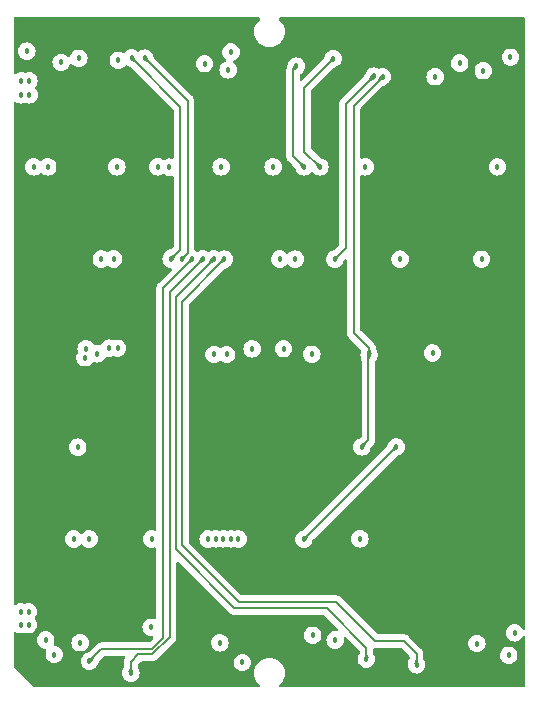
<source format=gbr>
%TF.GenerationSoftware,KiCad,Pcbnew,7.0.7*%
%TF.CreationDate,2024-04-02T12:31:12-04:00*%
%TF.ProjectId,module_pcb_thermal_mockup_v3.5,6d6f6475-6c65-45f7-9063-625f74686572,rev?*%
%TF.SameCoordinates,Original*%
%TF.FileFunction,Copper,L2,Inr*%
%TF.FilePolarity,Positive*%
%FSLAX46Y46*%
G04 Gerber Fmt 4.6, Leading zero omitted, Abs format (unit mm)*
G04 Created by KiCad (PCBNEW 7.0.7) date 2024-04-02 12:31:12*
%MOMM*%
%LPD*%
G01*
G04 APERTURE LIST*
%TA.AperFunction,ViaPad*%
%ADD10C,0.457300*%
%TD*%
%TA.AperFunction,Conductor*%
%ADD11C,0.127000*%
%TD*%
G04 APERTURE END LIST*
D10*
%TO.N,/VSS*%
X18790000Y-3320000D03*
X42800000Y-52500000D03*
X42450000Y-3750000D03*
%TO.N,+5V*%
X13190000Y-2100000D03*
X18640000Y-36750000D03*
X37130000Y-2000000D03*
X15570000Y-28970000D03*
X26180000Y-20850000D03*
X13150000Y-3880000D03*
X12560000Y-55970000D03*
X7970000Y-3970000D03*
X16960000Y-36750000D03*
X17820000Y-36740000D03*
X41650000Y-5340000D03*
X9800000Y-52040000D03*
X7965000Y-13055000D03*
X38800000Y-56300000D03*
X9070000Y-36740000D03*
X11470000Y-36750000D03*
X7800000Y-56000000D03*
X19460000Y-36740000D03*
X7130000Y-2090000D03*
X23340000Y-13040000D03*
X34500000Y-56300000D03*
X12010000Y-28980000D03*
X39800000Y-13050000D03*
X33110000Y-2010000D03*
%TO.N,/~{RESET}*%
X17350000Y-28920000D03*
X8850000Y-20840000D03*
%TO.N,VCC*%
X3100000Y-53100000D03*
X1037329Y-5752873D03*
X1682329Y-5752873D03*
X1000000Y-6950000D03*
X1700000Y-6950000D03*
%TO.N,/DOUT*%
X29860000Y-36740000D03*
X12070000Y-44550000D03*
X31620000Y-5400000D03*
X30480000Y-28950000D03*
X13570000Y-13070000D03*
X23240000Y-28430000D03*
%TO.N,/DIN*%
X18420000Y-28920000D03*
X12590000Y-13040000D03*
%TO.N,/CLK*%
X32790000Y-36760000D03*
X25640000Y-28910000D03*
X7810000Y-20840000D03*
X6790000Y-44550000D03*
X30150000Y-13040000D03*
X24970000Y-44560000D03*
%TO.N,GND*%
X3830000Y-54330000D03*
X20574000Y-28450000D03*
X3270000Y-13050000D03*
X16550000Y-4300000D03*
X36070000Y-5410000D03*
X38150000Y-4250000D03*
X12030000Y-52030000D03*
X25700000Y-52700000D03*
X17490000Y-44540000D03*
X16860000Y-44550000D03*
X2090000Y-13050000D03*
X35850000Y-28800000D03*
X18790000Y-44540000D03*
X27600000Y-53100000D03*
X8460000Y-28390000D03*
X24220000Y-20850000D03*
X9181842Y-28390000D03*
X9130000Y-13050000D03*
X7470000Y-28870000D03*
X19420000Y-44550000D03*
X5810000Y-36770000D03*
X41350000Y-13050000D03*
X40150000Y-4900000D03*
X6020000Y-53330000D03*
X9250000Y-4020000D03*
X18540000Y-4830000D03*
X5900000Y-3850000D03*
X6430000Y-29200000D03*
X40000000Y-20850000D03*
X17950000Y-13050000D03*
X22360000Y-13050000D03*
X18150000Y-44540000D03*
X6530000Y-28450000D03*
%TO.N,Net-(JMPR1-Pad1)*%
X1000000Y-51800000D03*
X1650000Y-50700000D03*
X1000000Y-50700000D03*
X1650000Y-51800000D03*
%TO.N,/LGAD1*%
X15520000Y-20840000D03*
X17850000Y-53350000D03*
X6800000Y-54900000D03*
%TO.N,/ETROC1*%
X10300000Y-55920000D03*
X19750000Y-55000000D03*
X16420000Y-20840000D03*
%TO.N,/CS_T1*%
X30880000Y-5370000D03*
X27570000Y-20870000D03*
%TO.N,/CS_T3*%
X5470000Y-44550000D03*
X29690000Y-44530000D03*
%TO.N,/2.5V*%
X33100000Y-20850000D03*
X22900000Y-20840000D03*
%TO.N,/LGAD2*%
X39600000Y-53400000D03*
X30250000Y-54710000D03*
X17320000Y-20840000D03*
%TO.N,/ETROC2*%
X18220000Y-20850000D03*
X34500000Y-55200000D03*
X42300000Y-54400000D03*
%TO.N,/LGAD3*%
X4400000Y-4200000D03*
X13720000Y-20840000D03*
X10370000Y-3820000D03*
%TO.N,/ETROC3*%
X1500000Y-3250000D03*
X11480000Y-3830000D03*
X14620000Y-20850000D03*
%TO.N,/LGAD4*%
X26310000Y-13050000D03*
X27440000Y-3870000D03*
%TO.N,/ETROC4*%
X24960000Y-13050000D03*
X24321000Y-4509000D03*
%TD*%
D11*
%TO.N,/DOUT*%
X29170000Y-27100000D02*
X29170000Y-7850000D01*
X30480000Y-28950000D02*
X30480000Y-28410000D01*
X29860000Y-36740000D02*
X30410000Y-36190000D01*
X30480000Y-28950000D02*
X30510000Y-28920000D01*
X30480000Y-28410000D02*
X29170000Y-27100000D01*
X30410000Y-29020000D02*
X30480000Y-28950000D01*
X30410000Y-36190000D02*
X30410000Y-29020000D01*
X29170000Y-7850000D02*
X31620000Y-5400000D01*
%TO.N,/CLK*%
X24970000Y-44560000D02*
X32770000Y-36760000D01*
%TO.N,/LGAD1*%
X12110000Y-53880000D02*
X13040000Y-52950000D01*
X6800000Y-54900000D02*
X7820000Y-53880000D01*
X13040000Y-23320000D02*
X15520000Y-20840000D01*
X7820000Y-53880000D02*
X12110000Y-53880000D01*
X13040000Y-52950000D02*
X13040000Y-23320000D01*
%TO.N,/ETROC1*%
X10300000Y-55920000D02*
X10320000Y-55900000D01*
X10320000Y-54950000D02*
X10950000Y-54320000D01*
X13600000Y-23660000D02*
X16420000Y-20840000D01*
X13600000Y-52820000D02*
X13600000Y-23660000D01*
X10320000Y-55900000D02*
X10320000Y-54950000D01*
X10950000Y-54320000D02*
X12100000Y-54320000D01*
X12100000Y-54320000D02*
X13600000Y-52820000D01*
%TO.N,/CS_T1*%
X30880000Y-5370000D02*
X28490000Y-7760000D01*
X28490000Y-7760000D02*
X28490000Y-19950000D01*
X28490000Y-19950000D02*
X27570000Y-20870000D01*
%TO.N,/LGAD2*%
X30250000Y-54710000D02*
X30250000Y-53750000D01*
X30250000Y-53750000D02*
X26900000Y-50400000D01*
X26900000Y-50400000D02*
X19080000Y-50400000D01*
X19080000Y-50400000D02*
X14090000Y-45410000D01*
X14090000Y-45410000D02*
X14090000Y-24070000D01*
X14090000Y-24070000D02*
X17320000Y-20840000D01*
%TO.N,/ETROC2*%
X34500000Y-54260000D02*
X34500000Y-55200000D01*
X33440000Y-53200000D02*
X34500000Y-54260000D01*
X31000000Y-53200000D02*
X33440000Y-53200000D01*
X19460000Y-49900000D02*
X27700000Y-49900000D01*
X14630000Y-45070000D02*
X19460000Y-49900000D01*
X14630000Y-24450000D02*
X14630000Y-45070000D01*
X18210000Y-20870000D02*
X14630000Y-24450000D01*
X27700000Y-49900000D02*
X31000000Y-53200000D01*
%TO.N,/LGAD3*%
X10370000Y-3820000D02*
X14510000Y-7960000D01*
X14510000Y-20050000D02*
X13720000Y-20840000D01*
X14510000Y-7960000D02*
X14510000Y-20050000D01*
X13720000Y-20840000D02*
X13720000Y-20580000D01*
%TO.N,/ETROC3*%
X15110000Y-20360000D02*
X14620000Y-20850000D01*
X15110000Y-7460000D02*
X15110000Y-20360000D01*
X11480000Y-3830000D02*
X15110000Y-7460000D01*
%TO.N,/LGAD4*%
X25010000Y-11750000D02*
X26310000Y-13050000D01*
X25010000Y-6340000D02*
X25010000Y-11750000D01*
X27450000Y-3900000D02*
X25010000Y-6340000D01*
%TO.N,/ETROC4*%
X24050000Y-4780000D02*
X24050000Y-12140000D01*
X24050000Y-12140000D02*
X24960000Y-13050000D01*
X24321000Y-4509000D02*
X24050000Y-4780000D01*
%TD*%
%TA.AperFunction,Conductor*%
%TO.N,/LGAD2*%
G36*
X17119402Y-20756858D02*
G01*
X17316171Y-20837435D01*
X17322528Y-20843741D01*
X17322564Y-20843828D01*
X17403140Y-21040596D01*
X17403104Y-21049551D01*
X17396926Y-21055782D01*
X17048824Y-21205136D01*
X17039870Y-21205249D01*
X17035938Y-21202657D01*
X16957342Y-21124061D01*
X16953915Y-21115788D01*
X16954862Y-21111178D01*
X17104219Y-20763071D01*
X17110628Y-20756821D01*
X17119402Y-20756858D01*
G37*
%TD.AperFunction*%
%TD*%
%TA.AperFunction,Conductor*%
%TO.N,/LGAD3*%
G36*
X10579551Y-3736895D02*
G01*
X10585782Y-3743073D01*
X10735136Y-4091175D01*
X10735249Y-4100129D01*
X10732657Y-4104061D01*
X10654061Y-4182657D01*
X10645788Y-4186084D01*
X10641175Y-4185136D01*
X10439153Y-4098458D01*
X10293072Y-4035781D01*
X10286821Y-4029371D01*
X10286858Y-4020597D01*
X10367436Y-3823826D01*
X10373740Y-3817471D01*
X10570597Y-3736859D01*
X10579551Y-3736895D01*
G37*
%TD.AperFunction*%
%TD*%
%TA.AperFunction,Conductor*%
%TO.N,/CLK*%
G36*
X25254061Y-44197342D02*
G01*
X25332657Y-44275938D01*
X25336084Y-44284211D01*
X25335136Y-44288824D01*
X25185782Y-44636926D01*
X25179371Y-44643178D01*
X25170596Y-44643140D01*
X24973828Y-44562564D01*
X24967471Y-44556258D01*
X24886859Y-44359402D01*
X24886895Y-44350448D01*
X24893070Y-44344219D01*
X25241176Y-44194862D01*
X25250129Y-44194750D01*
X25254061Y-44197342D01*
G37*
%TD.AperFunction*%
%TD*%
%TA.AperFunction,Conductor*%
%TO.N,/ETROC2*%
G36*
X18216171Y-20847435D02*
G01*
X18222528Y-20853741D01*
X18222564Y-20853828D01*
X18303206Y-21050758D01*
X18303170Y-21059713D01*
X18297156Y-21065872D01*
X17954890Y-21218976D01*
X17945939Y-21219226D01*
X17941840Y-21216569D01*
X17863231Y-21137960D01*
X17859804Y-21129687D01*
X17860672Y-21125265D01*
X18004329Y-20773340D01*
X18010627Y-20766978D01*
X18019580Y-20766932D01*
X18216171Y-20847435D01*
G37*
%TD.AperFunction*%
%TD*%
%TA.AperFunction,Conductor*%
%TO.N,/LGAD4*%
G36*
X27240155Y-3787167D02*
G01*
X27436171Y-3867435D01*
X27442528Y-3873741D01*
X27442564Y-3873828D01*
X27523407Y-4071248D01*
X27523371Y-4080203D01*
X27517862Y-4086122D01*
X27193081Y-4250456D01*
X27184152Y-4251133D01*
X27179526Y-4248289D01*
X27100906Y-4169669D01*
X27097479Y-4161396D01*
X27098128Y-4157555D01*
X27224695Y-3794154D01*
X27230652Y-3787469D01*
X27239592Y-3786954D01*
X27240155Y-3787167D01*
G37*
%TD.AperFunction*%
%TD*%
%TA.AperFunction,Conductor*%
%TO.N,/ETROC1*%
G36*
X16219402Y-20756858D02*
G01*
X16416171Y-20837435D01*
X16422528Y-20843741D01*
X16422564Y-20843828D01*
X16503140Y-21040596D01*
X16503104Y-21049551D01*
X16496926Y-21055782D01*
X16148824Y-21205136D01*
X16139870Y-21205249D01*
X16135938Y-21202657D01*
X16057342Y-21124061D01*
X16053915Y-21115788D01*
X16054862Y-21111178D01*
X16204219Y-20763071D01*
X16210628Y-20756821D01*
X16219402Y-20756858D01*
G37*
%TD.AperFunction*%
%TD*%
%TA.AperFunction,Conductor*%
%TO.N,/DOUT*%
G36*
X30543848Y-28496127D02*
G01*
X30546440Y-28500059D01*
X30686975Y-28851813D01*
X30686862Y-28860767D01*
X30680631Y-28866945D01*
X30484521Y-28949105D01*
X30475566Y-28949141D01*
X30475479Y-28949105D01*
X30279368Y-28866945D01*
X30273062Y-28860588D01*
X30273024Y-28851813D01*
X30413560Y-28500059D01*
X30419812Y-28493648D01*
X30424425Y-28492700D01*
X30535575Y-28492700D01*
X30543848Y-28496127D01*
G37*
%TD.AperFunction*%
%TD*%
%TA.AperFunction,Conductor*%
%TO.N,/DOUT*%
G36*
X30484521Y-28950894D02*
G01*
X30678670Y-29032233D01*
X30684976Y-29038590D01*
X30684940Y-29047545D01*
X30684129Y-29049130D01*
X30476923Y-29387782D01*
X30469682Y-29393051D01*
X30466943Y-29393376D01*
X30355919Y-29393376D01*
X30347646Y-29389949D01*
X30344489Y-29384173D01*
X30270835Y-29047022D01*
X30272417Y-29038208D01*
X30277741Y-29033736D01*
X30475479Y-28950893D01*
X30484434Y-28950858D01*
X30484521Y-28950894D01*
G37*
%TD.AperFunction*%
%TD*%
%TA.AperFunction,Conductor*%
%TO.N,/ETROC2*%
G36*
X34563848Y-54746127D02*
G01*
X34566440Y-54750059D01*
X34706975Y-55101813D01*
X34706862Y-55110767D01*
X34700631Y-55116945D01*
X34504521Y-55199105D01*
X34495566Y-55199141D01*
X34495479Y-55199105D01*
X34299368Y-55116945D01*
X34293062Y-55110588D01*
X34293024Y-55101813D01*
X34433560Y-54750059D01*
X34439812Y-54743648D01*
X34444425Y-54742700D01*
X34555575Y-54742700D01*
X34563848Y-54746127D01*
G37*
%TD.AperFunction*%
%TD*%
%TA.AperFunction,Conductor*%
%TO.N,/CLK*%
G36*
X32589077Y-36676725D02*
G01*
X32786171Y-36757435D01*
X32792528Y-36763741D01*
X32792564Y-36763828D01*
X32872983Y-36960213D01*
X32872947Y-36969168D01*
X32866590Y-36975474D01*
X32866386Y-36975555D01*
X32510641Y-37113514D01*
X32501689Y-37113311D01*
X32498138Y-37110879D01*
X32419520Y-37032261D01*
X32416093Y-37023988D01*
X32417188Y-37019046D01*
X32574041Y-36682608D01*
X32580643Y-36676559D01*
X32589077Y-36676725D01*
G37*
%TD.AperFunction*%
%TD*%
%TA.AperFunction,Conductor*%
%TO.N,/LGAD2*%
G36*
X30313848Y-54256127D02*
G01*
X30316440Y-54260059D01*
X30456975Y-54611813D01*
X30456862Y-54620767D01*
X30450631Y-54626945D01*
X30254521Y-54709105D01*
X30245566Y-54709141D01*
X30245479Y-54709105D01*
X30049368Y-54626945D01*
X30043062Y-54620588D01*
X30043024Y-54611813D01*
X30183560Y-54260059D01*
X30189812Y-54253648D01*
X30194425Y-54252700D01*
X30305575Y-54252700D01*
X30313848Y-54256127D01*
G37*
%TD.AperFunction*%
%TD*%
%TA.AperFunction,Conductor*%
%TO.N,/ETROC4*%
G36*
X24121848Y-4426450D02*
G01*
X24316480Y-4506149D01*
X24322836Y-4512454D01*
X24322862Y-4512516D01*
X24404194Y-4709798D01*
X24404179Y-4718752D01*
X24398210Y-4724912D01*
X24115804Y-4853004D01*
X24110971Y-4854049D01*
X24001999Y-4854049D01*
X23993726Y-4850622D01*
X23990299Y-4842349D01*
X23990747Y-4839143D01*
X24106171Y-4434074D01*
X24111734Y-4427057D01*
X24120629Y-4426029D01*
X24121848Y-4426450D01*
G37*
%TD.AperFunction*%
%TD*%
%TA.AperFunction,Conductor*%
%TO.N,/ETROC3*%
G36*
X14904061Y-20487342D02*
G01*
X14982657Y-20565938D01*
X14986084Y-20574211D01*
X14985136Y-20578824D01*
X14835782Y-20926926D01*
X14829371Y-20933178D01*
X14820596Y-20933140D01*
X14623828Y-20852564D01*
X14617471Y-20846258D01*
X14536859Y-20649402D01*
X14536895Y-20640448D01*
X14543070Y-20634219D01*
X14891176Y-20484862D01*
X14900129Y-20484750D01*
X14904061Y-20487342D01*
G37*
%TD.AperFunction*%
%TD*%
%TA.AperFunction,Conductor*%
%TO.N,/LGAD3*%
G36*
X14004061Y-20477342D02*
G01*
X14082657Y-20555938D01*
X14086084Y-20564211D01*
X14085136Y-20568824D01*
X13935782Y-20916926D01*
X13929371Y-20923178D01*
X13920596Y-20923140D01*
X13723828Y-20842564D01*
X13717471Y-20836258D01*
X13636859Y-20639402D01*
X13636895Y-20630448D01*
X13643070Y-20624219D01*
X13991176Y-20474862D01*
X14000129Y-20474750D01*
X14004061Y-20477342D01*
G37*
%TD.AperFunction*%
%TD*%
%TA.AperFunction,Conductor*%
%TO.N,/ETROC1*%
G36*
X10383466Y-55470105D02*
G01*
X10386239Y-55474521D01*
X10507615Y-55822105D01*
X10507107Y-55831045D01*
X10501090Y-55836753D01*
X10304521Y-55919105D01*
X10295566Y-55919141D01*
X10295479Y-55919105D01*
X10099910Y-55837172D01*
X10093604Y-55830815D01*
X10093640Y-55821860D01*
X10093781Y-55821537D01*
X10253371Y-55473500D01*
X10259934Y-55467409D01*
X10264006Y-55466678D01*
X10375193Y-55466678D01*
X10383466Y-55470105D01*
G37*
%TD.AperFunction*%
%TD*%
%TA.AperFunction,Conductor*%
%TO.N,/ETROC4*%
G36*
X24688822Y-12684862D02*
G01*
X25036927Y-12834218D01*
X25043178Y-12840628D01*
X25043140Y-12849403D01*
X24962564Y-13046171D01*
X24956258Y-13052528D01*
X24956171Y-13052564D01*
X24759403Y-13133140D01*
X24750448Y-13133104D01*
X24744218Y-13126927D01*
X24594862Y-12778823D01*
X24594750Y-12769870D01*
X24597340Y-12765940D01*
X24675939Y-12687341D01*
X24684211Y-12683915D01*
X24688822Y-12684862D01*
G37*
%TD.AperFunction*%
%TD*%
%TA.AperFunction,Conductor*%
%TO.N,+5V*%
G36*
X21193244Y-401502D02*
G01*
X21239737Y-455158D01*
X21249841Y-525432D01*
X21220347Y-590012D01*
X21214218Y-596595D01*
X21049957Y-760855D01*
X21049948Y-760865D01*
X20919433Y-947262D01*
X20823262Y-1153501D01*
X20823260Y-1153506D01*
X20764365Y-1373304D01*
X20744532Y-1600000D01*
X20764365Y-1826695D01*
X20823260Y-2046493D01*
X20823262Y-2046498D01*
X20919433Y-2252737D01*
X21049948Y-2439134D01*
X21049957Y-2439144D01*
X21210855Y-2600042D01*
X21210865Y-2600051D01*
X21397262Y-2730566D01*
X21397261Y-2730566D01*
X21417555Y-2740029D01*
X21603504Y-2826739D01*
X21823308Y-2885635D01*
X21993216Y-2900500D01*
X21993217Y-2900500D01*
X22106783Y-2900500D01*
X22106784Y-2900500D01*
X22276692Y-2885635D01*
X22496496Y-2826739D01*
X22702734Y-2730568D01*
X22702737Y-2730566D01*
X22889134Y-2600051D01*
X22889136Y-2600048D01*
X22889139Y-2600047D01*
X23050047Y-2439139D01*
X23180568Y-2252734D01*
X23276739Y-2046496D01*
X23335635Y-1826692D01*
X23355468Y-1600000D01*
X23335635Y-1373308D01*
X23276739Y-1153504D01*
X23180568Y-947266D01*
X23180567Y-947265D01*
X23180566Y-947262D01*
X23050051Y-760865D01*
X23050042Y-760855D01*
X22885782Y-596595D01*
X22851756Y-534283D01*
X22856821Y-463468D01*
X22899368Y-406632D01*
X22965888Y-381821D01*
X22974877Y-381500D01*
X43592500Y-381500D01*
X43660621Y-401502D01*
X43707114Y-455158D01*
X43718500Y-507500D01*
X43718500Y-52151441D01*
X43698498Y-52219562D01*
X43644842Y-52266055D01*
X43574568Y-52276159D01*
X43509988Y-52246665D01*
X43473571Y-52193057D01*
X43468351Y-52178139D01*
X43379974Y-52037487D01*
X43379971Y-52037484D01*
X43379970Y-52037482D01*
X43262517Y-51920029D01*
X43262514Y-51920027D01*
X43262513Y-51920026D01*
X43121861Y-51831649D01*
X43121859Y-51831648D01*
X43121857Y-51831647D01*
X43017332Y-51795072D01*
X42965069Y-51776785D01*
X42800000Y-51758186D01*
X42634931Y-51776785D01*
X42634928Y-51776785D01*
X42634928Y-51776786D01*
X42478142Y-51831647D01*
X42337482Y-51920029D01*
X42220029Y-52037482D01*
X42131647Y-52178142D01*
X42097350Y-52276159D01*
X42076785Y-52334931D01*
X42058186Y-52500000D01*
X42076785Y-52665069D01*
X42076786Y-52665071D01*
X42131647Y-52821857D01*
X42131648Y-52821859D01*
X42131649Y-52821861D01*
X42220026Y-52962513D01*
X42220029Y-52962517D01*
X42337482Y-53079970D01*
X42337484Y-53079971D01*
X42337487Y-53079974D01*
X42478139Y-53168351D01*
X42634931Y-53223215D01*
X42800000Y-53241814D01*
X42965069Y-53223215D01*
X43121861Y-53168351D01*
X43262513Y-53079974D01*
X43379974Y-52962513D01*
X43468351Y-52821861D01*
X43473572Y-52806940D01*
X43514949Y-52749251D01*
X43580949Y-52723089D01*
X43650616Y-52736761D01*
X43701832Y-52785929D01*
X43718500Y-52848558D01*
X43718500Y-56992500D01*
X43698498Y-57060621D01*
X43644842Y-57107114D01*
X43592500Y-57118500D01*
X22974877Y-57118500D01*
X22906756Y-57098498D01*
X22860263Y-57044842D01*
X22850159Y-56974568D01*
X22879653Y-56909988D01*
X22885782Y-56903405D01*
X23050042Y-56739144D01*
X23050047Y-56739139D01*
X23117215Y-56643213D01*
X23180566Y-56552737D01*
X23180566Y-56552736D01*
X23180568Y-56552734D01*
X23276739Y-56346496D01*
X23335635Y-56126692D01*
X23355468Y-55900000D01*
X23335635Y-55673308D01*
X23276739Y-55453504D01*
X23180568Y-55247266D01*
X23180567Y-55247265D01*
X23180566Y-55247262D01*
X23050051Y-55060865D01*
X23050042Y-55060855D01*
X22889144Y-54899957D01*
X22889134Y-54899948D01*
X22702737Y-54769433D01*
X22702738Y-54769433D01*
X22496498Y-54673262D01*
X22496493Y-54673260D01*
X22276695Y-54614365D01*
X22149260Y-54603216D01*
X22106784Y-54599500D01*
X21993216Y-54599500D01*
X21959234Y-54602473D01*
X21823304Y-54614365D01*
X21603506Y-54673260D01*
X21603501Y-54673262D01*
X21397262Y-54769433D01*
X21210865Y-54899948D01*
X21210855Y-54899957D01*
X21049957Y-55060855D01*
X21049948Y-55060865D01*
X20919433Y-55247262D01*
X20823262Y-55453501D01*
X20823260Y-55453506D01*
X20764365Y-55673304D01*
X20744532Y-55899999D01*
X20764365Y-56126695D01*
X20823260Y-56346493D01*
X20823262Y-56346498D01*
X20919433Y-56552737D01*
X21049948Y-56739134D01*
X21049957Y-56739144D01*
X21214218Y-56903405D01*
X21248244Y-56965717D01*
X21243179Y-57036532D01*
X21200632Y-57093368D01*
X21134112Y-57118179D01*
X21125123Y-57118500D01*
X2210212Y-57118500D01*
X2142091Y-57098498D01*
X2121117Y-57081595D01*
X418404Y-55378882D01*
X384378Y-55316570D01*
X381499Y-55289787D01*
X381499Y-53772000D01*
X381499Y-53100000D01*
X2358186Y-53100000D01*
X2376785Y-53265069D01*
X2391618Y-53307460D01*
X2431647Y-53421857D01*
X2431648Y-53421859D01*
X2431649Y-53421861D01*
X2520026Y-53562513D01*
X2520029Y-53562517D01*
X2637482Y-53679970D01*
X2637484Y-53679971D01*
X2637487Y-53679974D01*
X2778139Y-53768351D01*
X2832824Y-53787486D01*
X2904346Y-53812513D01*
X2934931Y-53823215D01*
X3058299Y-53837115D01*
X3123749Y-53864618D01*
X3163942Y-53923141D01*
X3166115Y-53994105D01*
X3163119Y-54003936D01*
X3106785Y-54164930D01*
X3100297Y-54222513D01*
X3088186Y-54330000D01*
X3106785Y-54495069D01*
X3106786Y-54495071D01*
X3161647Y-54651857D01*
X3161648Y-54651859D01*
X3161649Y-54651861D01*
X3235524Y-54769433D01*
X3250029Y-54792517D01*
X3367482Y-54909970D01*
X3367484Y-54909971D01*
X3367487Y-54909974D01*
X3508139Y-54998351D01*
X3664931Y-55053215D01*
X3830000Y-55071814D01*
X3995069Y-55053215D01*
X4151861Y-54998351D01*
X4292513Y-54909974D01*
X4302487Y-54900000D01*
X6058186Y-54900000D01*
X6076785Y-55065069D01*
X6077934Y-55068352D01*
X6131647Y-55221857D01*
X6131648Y-55221859D01*
X6131649Y-55221861D01*
X6208176Y-55343653D01*
X6220029Y-55362517D01*
X6337482Y-55479970D01*
X6337484Y-55479971D01*
X6337487Y-55479974D01*
X6478139Y-55568351D01*
X6634931Y-55623215D01*
X6800000Y-55641814D01*
X6965069Y-55623215D01*
X7121861Y-55568351D01*
X7262513Y-55479974D01*
X7379974Y-55362513D01*
X7468351Y-55221861D01*
X7472787Y-55209180D01*
X7484177Y-55185133D01*
X7487681Y-55179395D01*
X7596966Y-54924680D01*
X7623659Y-54885269D01*
X8020025Y-54488904D01*
X8082338Y-54454879D01*
X8109121Y-54452000D01*
X9725636Y-54452000D01*
X9793757Y-54472002D01*
X9840250Y-54525658D01*
X9850354Y-54595932D01*
X9825598Y-54654705D01*
X9820361Y-54661529D01*
X9820358Y-54661533D01*
X9762722Y-54800679D01*
X9760227Y-54819636D01*
X9748000Y-54912508D01*
X9748000Y-54912513D01*
X9743845Y-54944076D01*
X9743065Y-54950000D01*
X9747460Y-54983386D01*
X9748000Y-54991618D01*
X9748000Y-55316142D01*
X9736533Y-55368660D01*
X9625052Y-55611781D01*
X9623027Y-55616420D01*
X9623026Y-55616422D01*
X9601524Y-55675214D01*
X9601524Y-55675217D01*
X9600969Y-55678969D01*
X9595258Y-55702134D01*
X9576785Y-55754929D01*
X9564005Y-55868352D01*
X9558186Y-55920000D01*
X9576785Y-56085069D01*
X9576786Y-56085071D01*
X9631647Y-56241857D01*
X9631648Y-56241859D01*
X9631649Y-56241861D01*
X9720026Y-56382513D01*
X9720029Y-56382517D01*
X9837482Y-56499970D01*
X9837484Y-56499971D01*
X9837487Y-56499974D01*
X9978139Y-56588351D01*
X10134931Y-56643215D01*
X10300000Y-56661814D01*
X10465069Y-56643215D01*
X10621861Y-56588351D01*
X10762513Y-56499974D01*
X10879974Y-56382513D01*
X10968351Y-56241861D01*
X11023215Y-56085069D01*
X11041814Y-55920000D01*
X11023215Y-55754931D01*
X11001638Y-55693269D01*
X10996911Y-55675843D01*
X10996787Y-55675211D01*
X10992407Y-55652816D01*
X10899043Y-55385451D01*
X10892000Y-55343913D01*
X10892000Y-55239120D01*
X10912002Y-55170999D01*
X10928905Y-55150024D01*
X11078930Y-55000000D01*
X19008186Y-55000000D01*
X19026785Y-55165069D01*
X19026786Y-55165071D01*
X19081647Y-55321857D01*
X19081648Y-55321859D01*
X19081649Y-55321861D01*
X19170026Y-55462513D01*
X19170029Y-55462517D01*
X19287482Y-55579970D01*
X19287484Y-55579971D01*
X19287487Y-55579974D01*
X19428139Y-55668351D01*
X19584931Y-55723215D01*
X19750000Y-55741814D01*
X19915069Y-55723215D01*
X20071861Y-55668351D01*
X20212513Y-55579974D01*
X20329974Y-55462513D01*
X20418351Y-55321861D01*
X20473215Y-55165069D01*
X20491814Y-55000000D01*
X20473215Y-54834931D01*
X20418351Y-54678139D01*
X20329974Y-54537487D01*
X20329971Y-54537484D01*
X20329970Y-54537482D01*
X20212517Y-54420029D01*
X20212514Y-54420027D01*
X20212513Y-54420026D01*
X20071861Y-54331649D01*
X20071859Y-54331648D01*
X20071857Y-54331647D01*
X19962512Y-54293386D01*
X19915069Y-54276785D01*
X19750000Y-54258186D01*
X19584931Y-54276785D01*
X19584928Y-54276785D01*
X19584928Y-54276786D01*
X19428142Y-54331647D01*
X19287482Y-54420029D01*
X19170029Y-54537482D01*
X19081647Y-54678142D01*
X19038770Y-54800679D01*
X19026785Y-54834931D01*
X19008186Y-55000000D01*
X11078930Y-55000000D01*
X11150026Y-54928904D01*
X11212338Y-54894879D01*
X11239121Y-54892000D01*
X12058381Y-54892000D01*
X12066612Y-54892540D01*
X12080138Y-54894320D01*
X12100000Y-54896935D01*
X12137486Y-54892000D01*
X12137492Y-54892000D01*
X12249322Y-54877277D01*
X12388468Y-54819641D01*
X12423822Y-54792513D01*
X12423821Y-54792513D01*
X12489315Y-54742259D01*
X12489318Y-54742254D01*
X12507955Y-54727955D01*
X12528469Y-54701220D01*
X12533887Y-54695042D01*
X13878928Y-53350000D01*
X17108186Y-53350000D01*
X17126785Y-53515069D01*
X17144390Y-53565381D01*
X17181647Y-53671857D01*
X17181648Y-53671859D01*
X17181649Y-53671861D01*
X17257462Y-53792517D01*
X17270029Y-53812517D01*
X17387482Y-53929970D01*
X17387484Y-53929971D01*
X17387487Y-53929974D01*
X17528139Y-54018351D01*
X17684931Y-54073215D01*
X17850000Y-54091814D01*
X18015069Y-54073215D01*
X18171861Y-54018351D01*
X18312513Y-53929974D01*
X18429974Y-53812513D01*
X18518351Y-53671861D01*
X18573215Y-53515069D01*
X18591814Y-53350000D01*
X18573215Y-53184931D01*
X18518351Y-53028139D01*
X18429974Y-52887487D01*
X18429971Y-52887484D01*
X18429970Y-52887482D01*
X18312517Y-52770029D01*
X18312514Y-52770027D01*
X18312513Y-52770026D01*
X18201067Y-52700000D01*
X24958186Y-52700000D01*
X24976785Y-52865069D01*
X24995073Y-52917333D01*
X25031647Y-53021857D01*
X25031648Y-53021859D01*
X25031649Y-53021861D01*
X25120026Y-53162513D01*
X25120029Y-53162517D01*
X25237482Y-53279970D01*
X25237484Y-53279971D01*
X25237487Y-53279974D01*
X25378139Y-53368351D01*
X25534931Y-53423215D01*
X25700000Y-53441814D01*
X25865069Y-53423215D01*
X26021861Y-53368351D01*
X26162513Y-53279974D01*
X26279974Y-53162513D01*
X26368351Y-53021861D01*
X26423215Y-52865069D01*
X26441814Y-52700000D01*
X26423215Y-52534931D01*
X26368351Y-52378139D01*
X26279974Y-52237487D01*
X26279971Y-52237484D01*
X26279970Y-52237482D01*
X26162517Y-52120029D01*
X26162514Y-52120027D01*
X26162513Y-52120026D01*
X26021861Y-52031649D01*
X26021859Y-52031648D01*
X26021857Y-52031647D01*
X25917332Y-51995072D01*
X25865069Y-51976785D01*
X25700000Y-51958186D01*
X25534931Y-51976785D01*
X25534928Y-51976785D01*
X25534928Y-51976786D01*
X25378142Y-52031647D01*
X25237482Y-52120029D01*
X25120029Y-52237482D01*
X25031647Y-52378142D01*
X24976786Y-52534928D01*
X24976785Y-52534931D01*
X24958186Y-52700000D01*
X18201067Y-52700000D01*
X18171861Y-52681649D01*
X18171859Y-52681648D01*
X18171857Y-52681647D01*
X18045639Y-52637482D01*
X18015069Y-52626785D01*
X17850000Y-52608186D01*
X17684931Y-52626785D01*
X17684928Y-52626785D01*
X17684928Y-52626786D01*
X17528142Y-52681647D01*
X17387482Y-52770029D01*
X17270029Y-52887482D01*
X17181647Y-53028142D01*
X17132586Y-53168352D01*
X17126785Y-53184931D01*
X17108186Y-53350000D01*
X13878928Y-53350000D01*
X13975044Y-53253884D01*
X13981218Y-53248469D01*
X14007955Y-53227955D01*
X14047210Y-53176798D01*
X14099641Y-53108468D01*
X14112203Y-53078142D01*
X14132914Y-53028139D01*
X14157277Y-52969322D01*
X14160295Y-52946394D01*
X14161805Y-52934932D01*
X14170684Y-52867487D01*
X14172000Y-52857492D01*
X14172000Y-52857486D01*
X14176935Y-52820000D01*
X14172540Y-52786612D01*
X14172000Y-52778381D01*
X14172000Y-46605120D01*
X14192002Y-46536999D01*
X14245658Y-46490506D01*
X14315932Y-46480402D01*
X14380512Y-46509896D01*
X14387095Y-46516024D01*
X18646103Y-50775033D01*
X18651534Y-50781226D01*
X18661603Y-50794347D01*
X18672045Y-50807955D01*
X18702044Y-50830974D01*
X18702046Y-50830976D01*
X18791532Y-50899641D01*
X18930678Y-50957277D01*
X19080000Y-50976936D01*
X19080001Y-50976936D01*
X19113394Y-50972540D01*
X19121626Y-50972000D01*
X26610880Y-50972000D01*
X26679001Y-50992002D01*
X26699975Y-51008905D01*
X27851683Y-52160613D01*
X27885709Y-52222925D01*
X27880644Y-52293740D01*
X27838097Y-52350576D01*
X27771577Y-52375387D01*
X27748481Y-52374916D01*
X27600000Y-52358186D01*
X27434931Y-52376785D01*
X27434928Y-52376785D01*
X27434928Y-52376786D01*
X27278142Y-52431647D01*
X27137482Y-52520029D01*
X27020029Y-52637482D01*
X26931647Y-52778142D01*
X26895451Y-52881587D01*
X26876785Y-52934931D01*
X26858186Y-53100000D01*
X26876785Y-53265069D01*
X26891618Y-53307460D01*
X26931647Y-53421857D01*
X26931648Y-53421859D01*
X26931649Y-53421861D01*
X27020026Y-53562513D01*
X27020029Y-53562517D01*
X27137482Y-53679970D01*
X27137484Y-53679971D01*
X27137487Y-53679974D01*
X27278139Y-53768351D01*
X27434931Y-53823215D01*
X27600000Y-53841814D01*
X27765069Y-53823215D01*
X27921861Y-53768351D01*
X28062513Y-53679974D01*
X28179974Y-53562513D01*
X28268351Y-53421861D01*
X28323215Y-53265069D01*
X28341814Y-53100000D01*
X28325083Y-52951515D01*
X28337332Y-52881587D01*
X28385445Y-52829379D01*
X28454145Y-52811470D01*
X28521622Y-52833546D01*
X28539386Y-52848316D01*
X29641096Y-53950026D01*
X29675120Y-54012336D01*
X29678000Y-54039119D01*
X29678000Y-54117163D01*
X29669007Y-54163910D01*
X29633653Y-54252399D01*
X29566174Y-54421297D01*
X29566169Y-54421311D01*
X29566168Y-54421314D01*
X29566168Y-54421315D01*
X29549701Y-54469279D01*
X29549075Y-54473771D01*
X29543212Y-54497983D01*
X29534691Y-54522337D01*
X29526785Y-54544931D01*
X29508186Y-54710000D01*
X29526785Y-54875069D01*
X29539887Y-54912513D01*
X29581647Y-55031857D01*
X29581648Y-55031859D01*
X29581649Y-55031861D01*
X29665349Y-55165069D01*
X29670029Y-55172517D01*
X29787482Y-55289970D01*
X29787484Y-55289971D01*
X29787487Y-55289974D01*
X29928139Y-55378351D01*
X30084931Y-55433215D01*
X30250000Y-55451814D01*
X30415069Y-55433215D01*
X30571861Y-55378351D01*
X30712513Y-55289974D01*
X30829974Y-55172513D01*
X30918351Y-55031861D01*
X30973215Y-54875069D01*
X30991814Y-54710000D01*
X30973215Y-54544931D01*
X30943517Y-54460062D01*
X30941756Y-54454092D01*
X30933826Y-54421299D01*
X30933317Y-54420026D01*
X30830993Y-54163911D01*
X30822000Y-54117164D01*
X30822000Y-53897177D01*
X30842002Y-53829056D01*
X30895658Y-53782563D01*
X30964446Y-53772255D01*
X31000000Y-53776936D01*
X31000001Y-53776936D01*
X31033394Y-53772540D01*
X31041626Y-53772000D01*
X33150880Y-53772000D01*
X33219001Y-53792002D01*
X33239975Y-53808905D01*
X33891095Y-54460025D01*
X33925121Y-54522337D01*
X33928000Y-54549120D01*
X33928000Y-54607163D01*
X33919007Y-54653910D01*
X33900102Y-54701229D01*
X33816174Y-54911297D01*
X33816169Y-54911311D01*
X33816168Y-54911314D01*
X33816168Y-54911315D01*
X33799701Y-54959279D01*
X33799075Y-54963771D01*
X33793212Y-54987983D01*
X33777861Y-55031857D01*
X33776785Y-55034931D01*
X33758186Y-55200000D01*
X33776785Y-55365069D01*
X33795073Y-55417333D01*
X33831647Y-55521857D01*
X33831648Y-55521859D01*
X33831649Y-55521861D01*
X33913933Y-55652816D01*
X33920029Y-55662517D01*
X34037482Y-55779970D01*
X34037484Y-55779971D01*
X34037487Y-55779974D01*
X34178139Y-55868351D01*
X34334931Y-55923215D01*
X34500000Y-55941814D01*
X34665069Y-55923215D01*
X34821861Y-55868351D01*
X34962513Y-55779974D01*
X35079974Y-55662513D01*
X35168351Y-55521861D01*
X35223215Y-55365069D01*
X35241814Y-55200000D01*
X35223215Y-55034931D01*
X35193517Y-54950062D01*
X35191756Y-54944092D01*
X35183826Y-54911299D01*
X35170233Y-54877277D01*
X35080993Y-54653911D01*
X35072000Y-54607164D01*
X35072000Y-54400000D01*
X41558186Y-54400000D01*
X41576785Y-54565069D01*
X41588833Y-54599500D01*
X41631647Y-54721857D01*
X41631648Y-54721859D01*
X41631649Y-54721861D01*
X41720026Y-54862513D01*
X41720029Y-54862517D01*
X41837482Y-54979970D01*
X41837484Y-54979971D01*
X41837487Y-54979974D01*
X41978139Y-55068351D01*
X42134931Y-55123215D01*
X42300000Y-55141814D01*
X42465069Y-55123215D01*
X42621861Y-55068351D01*
X42762513Y-54979974D01*
X42879974Y-54862513D01*
X42968351Y-54721861D01*
X43023215Y-54565069D01*
X43041814Y-54400000D01*
X43023215Y-54234931D01*
X42968351Y-54078139D01*
X42879974Y-53937487D01*
X42879971Y-53937484D01*
X42879970Y-53937482D01*
X42762517Y-53820029D01*
X42762514Y-53820027D01*
X42762513Y-53820026D01*
X42621861Y-53731649D01*
X42621859Y-53731648D01*
X42621857Y-53731647D01*
X42517332Y-53695072D01*
X42465069Y-53676785D01*
X42300000Y-53658186D01*
X42134931Y-53676785D01*
X42134928Y-53676785D01*
X42134928Y-53676786D01*
X41978142Y-53731647D01*
X41837482Y-53820029D01*
X41720029Y-53937482D01*
X41631647Y-54078142D01*
X41584695Y-54212325D01*
X41576785Y-54234931D01*
X41558186Y-54400000D01*
X35072000Y-54400000D01*
X35072000Y-54301618D01*
X35072540Y-54293386D01*
X35076935Y-54260000D01*
X35076935Y-54259999D01*
X35072890Y-54229272D01*
X35072000Y-54222513D01*
X35072000Y-54222508D01*
X35057277Y-54110678D01*
X34999641Y-53971532D01*
X34977683Y-53942916D01*
X34930976Y-53882046D01*
X34930974Y-53882044D01*
X34915991Y-53862517D01*
X34907956Y-53852046D01*
X34907955Y-53852045D01*
X34881227Y-53831536D01*
X34875037Y-53826107D01*
X34448930Y-53400000D01*
X38858186Y-53400000D01*
X38876785Y-53565069D01*
X38876786Y-53565071D01*
X38931647Y-53721857D01*
X38931648Y-53721859D01*
X38931649Y-53721861D01*
X39020026Y-53862513D01*
X39020029Y-53862517D01*
X39137482Y-53979970D01*
X39137484Y-53979971D01*
X39137487Y-53979974D01*
X39278139Y-54068351D01*
X39434931Y-54123215D01*
X39600000Y-54141814D01*
X39765069Y-54123215D01*
X39921861Y-54068351D01*
X40062513Y-53979974D01*
X40179974Y-53862513D01*
X40268351Y-53721861D01*
X40323215Y-53565069D01*
X40341814Y-53400000D01*
X40323215Y-53234931D01*
X40268351Y-53078139D01*
X40179974Y-52937487D01*
X40179971Y-52937484D01*
X40179970Y-52937482D01*
X40062517Y-52820029D01*
X40062514Y-52820027D01*
X40062513Y-52820026D01*
X39921861Y-52731649D01*
X39921859Y-52731648D01*
X39921857Y-52731647D01*
X39778969Y-52681649D01*
X39765069Y-52676785D01*
X39600000Y-52658186D01*
X39434931Y-52676785D01*
X39434928Y-52676785D01*
X39434928Y-52676786D01*
X39278142Y-52731647D01*
X39137482Y-52820029D01*
X39020029Y-52937482D01*
X38931647Y-53078142D01*
X38879227Y-53227953D01*
X38876785Y-53234931D01*
X38858186Y-53400000D01*
X34448930Y-53400000D01*
X33873894Y-52824964D01*
X33868463Y-52818771D01*
X33847953Y-52792043D01*
X33728474Y-52700363D01*
X33728466Y-52700358D01*
X33589320Y-52642722D01*
X33526725Y-52634481D01*
X33477492Y-52628000D01*
X33477488Y-52628000D01*
X33473811Y-52627516D01*
X33473804Y-52627515D01*
X33440002Y-52623065D01*
X33439999Y-52623065D01*
X33406612Y-52627460D01*
X33398381Y-52628000D01*
X31289120Y-52628000D01*
X31220999Y-52607998D01*
X31200025Y-52591095D01*
X29710128Y-51101198D01*
X28133894Y-49524964D01*
X28128463Y-49518771D01*
X28107953Y-49492043D01*
X27988474Y-49400363D01*
X27988466Y-49400358D01*
X27849320Y-49342722D01*
X27786725Y-49334481D01*
X27737492Y-49328000D01*
X27737488Y-49328000D01*
X27733811Y-49327516D01*
X27733804Y-49327515D01*
X27700002Y-49323065D01*
X27699999Y-49323065D01*
X27666612Y-49327460D01*
X27658381Y-49328000D01*
X19749120Y-49328000D01*
X19680999Y-49307998D01*
X19660025Y-49291095D01*
X15238905Y-44869975D01*
X15204879Y-44807663D01*
X15202000Y-44780880D01*
X15202000Y-44550000D01*
X16118186Y-44550000D01*
X16136785Y-44715069D01*
X16136786Y-44715071D01*
X16191647Y-44871857D01*
X16191648Y-44871859D01*
X16191649Y-44871861D01*
X16267462Y-44992517D01*
X16280029Y-45012517D01*
X16397482Y-45129970D01*
X16397484Y-45129971D01*
X16397487Y-45129974D01*
X16538139Y-45218351D01*
X16694931Y-45273215D01*
X16860000Y-45291814D01*
X17025069Y-45273215D01*
X17147676Y-45230312D01*
X17218578Y-45226693D01*
X17230890Y-45230308D01*
X17324931Y-45263215D01*
X17490000Y-45281814D01*
X17655069Y-45263215D01*
X17778387Y-45220063D01*
X17849287Y-45216444D01*
X17861601Y-45220059D01*
X17984931Y-45263215D01*
X18150000Y-45281814D01*
X18315069Y-45263215D01*
X18428387Y-45223562D01*
X18499288Y-45219943D01*
X18511595Y-45223557D01*
X18624931Y-45263215D01*
X18790000Y-45281814D01*
X18955069Y-45263215D01*
X19049097Y-45230312D01*
X19119998Y-45226693D01*
X19132321Y-45230311D01*
X19254931Y-45273215D01*
X19420000Y-45291814D01*
X19585069Y-45273215D01*
X19741861Y-45218351D01*
X19882513Y-45129974D01*
X19999974Y-45012513D01*
X20088351Y-44871861D01*
X20143215Y-44715069D01*
X20160687Y-44560000D01*
X24228186Y-44560000D01*
X24246785Y-44725069D01*
X24246786Y-44725071D01*
X24301647Y-44881857D01*
X24301648Y-44881859D01*
X24301649Y-44881861D01*
X24389442Y-45021583D01*
X24390029Y-45022517D01*
X24507482Y-45139970D01*
X24507484Y-45139971D01*
X24507487Y-45139974D01*
X24648139Y-45228351D01*
X24804931Y-45283215D01*
X24970000Y-45301814D01*
X25135069Y-45283215D01*
X25291861Y-45228351D01*
X25432513Y-45139974D01*
X25549974Y-45022513D01*
X25638351Y-44881861D01*
X25642787Y-44869180D01*
X25654177Y-44845133D01*
X25657681Y-44839395D01*
X25766966Y-44584678D01*
X25793660Y-44545268D01*
X25808928Y-44530000D01*
X28948186Y-44530000D01*
X28966785Y-44695069D01*
X28977283Y-44725071D01*
X29021647Y-44851857D01*
X29021648Y-44851859D01*
X29021649Y-44851861D01*
X29106912Y-44987557D01*
X29110029Y-44992517D01*
X29227482Y-45109970D01*
X29227484Y-45109971D01*
X29227487Y-45109974D01*
X29368139Y-45198351D01*
X29524931Y-45253215D01*
X29690000Y-45271814D01*
X29855069Y-45253215D01*
X30011861Y-45198351D01*
X30152513Y-45109974D01*
X30269974Y-44992513D01*
X30358351Y-44851861D01*
X30413215Y-44695069D01*
X30431814Y-44530000D01*
X30413215Y-44364931D01*
X30358351Y-44208139D01*
X30269974Y-44067487D01*
X30269971Y-44067484D01*
X30269970Y-44067482D01*
X30152517Y-43950029D01*
X30152514Y-43950027D01*
X30152513Y-43950026D01*
X30011861Y-43861649D01*
X30011859Y-43861648D01*
X30011857Y-43861647D01*
X29883647Y-43816785D01*
X29855069Y-43806785D01*
X29690000Y-43788186D01*
X29524931Y-43806785D01*
X29524928Y-43806785D01*
X29524928Y-43806786D01*
X29368142Y-43861647D01*
X29227482Y-43950029D01*
X29110029Y-44067482D01*
X29021647Y-44208142D01*
X29011150Y-44238142D01*
X28966785Y-44364931D01*
X28948186Y-44530000D01*
X25808928Y-44530000D01*
X32759774Y-37579154D01*
X32803305Y-37550778D01*
X33052252Y-37454235D01*
X33052255Y-37454234D01*
X33052254Y-37454235D01*
X33065094Y-37448300D01*
X33094323Y-37434794D01*
X33099899Y-37432536D01*
X33111861Y-37428351D01*
X33252513Y-37339974D01*
X33369974Y-37222513D01*
X33458351Y-37081861D01*
X33513215Y-36925069D01*
X33531814Y-36760000D01*
X33513215Y-36594931D01*
X33458351Y-36438139D01*
X33369974Y-36297487D01*
X33369971Y-36297484D01*
X33369970Y-36297482D01*
X33252517Y-36180029D01*
X33252514Y-36180027D01*
X33252513Y-36180026D01*
X33111861Y-36091649D01*
X33111859Y-36091648D01*
X33111857Y-36091647D01*
X32983647Y-36046785D01*
X32955069Y-36036785D01*
X32790000Y-36018186D01*
X32624931Y-36036785D01*
X32624928Y-36036785D01*
X32624928Y-36036786D01*
X32468142Y-36091647D01*
X32327482Y-36180029D01*
X32210025Y-36297486D01*
X32121650Y-36438135D01*
X32121647Y-36438142D01*
X32121004Y-36439980D01*
X32110416Y-36461472D01*
X32110822Y-36461698D01*
X32108631Y-36465634D01*
X31989799Y-36720519D01*
X31964696Y-36756372D01*
X24984736Y-43736332D01*
X24945323Y-43763029D01*
X24690592Y-43872324D01*
X24690590Y-43872325D01*
X24661779Y-43886409D01*
X24654925Y-43889272D01*
X24648147Y-43891644D01*
X24648134Y-43891650D01*
X24507486Y-43980025D01*
X24390029Y-44097482D01*
X24301647Y-44238142D01*
X24257282Y-44364931D01*
X24246785Y-44394931D01*
X24228186Y-44560000D01*
X20160687Y-44560000D01*
X20161814Y-44550000D01*
X20143215Y-44384931D01*
X20088351Y-44228139D01*
X19999974Y-44087487D01*
X19999971Y-44087484D01*
X19999970Y-44087482D01*
X19882517Y-43970029D01*
X19882514Y-43970027D01*
X19882513Y-43970026D01*
X19741861Y-43881649D01*
X19741859Y-43881648D01*
X19741857Y-43881647D01*
X19637332Y-43845072D01*
X19585069Y-43826785D01*
X19420000Y-43808186D01*
X19254931Y-43826785D01*
X19254928Y-43826785D01*
X19254928Y-43826786D01*
X19160901Y-43859686D01*
X19089997Y-43863304D01*
X19077674Y-43859686D01*
X18955069Y-43816785D01*
X18790000Y-43798186D01*
X18624930Y-43816785D01*
X18596352Y-43826785D01*
X18511613Y-43856436D01*
X18440710Y-43860054D01*
X18428389Y-43856436D01*
X18315069Y-43816785D01*
X18150000Y-43798186D01*
X17984931Y-43816785D01*
X17984928Y-43816785D01*
X17984928Y-43816786D01*
X17861615Y-43859935D01*
X17790711Y-43863555D01*
X17778385Y-43859935D01*
X17683647Y-43826785D01*
X17655069Y-43816785D01*
X17490000Y-43798186D01*
X17324930Y-43816785D01*
X17202324Y-43859686D01*
X17131419Y-43863304D01*
X17119096Y-43859686D01*
X17025069Y-43826785D01*
X16860000Y-43808186D01*
X16694931Y-43826785D01*
X16694928Y-43826785D01*
X16694928Y-43826786D01*
X16538142Y-43881647D01*
X16397482Y-43970029D01*
X16280029Y-44087482D01*
X16191647Y-44228142D01*
X16143784Y-44364928D01*
X16136785Y-44384931D01*
X16118186Y-44550000D01*
X15202000Y-44550000D01*
X15202000Y-28920000D01*
X16608186Y-28920000D01*
X16626785Y-29085069D01*
X16637285Y-29115076D01*
X16681647Y-29241857D01*
X16681648Y-29241859D01*
X16681649Y-29241861D01*
X16768431Y-29379974D01*
X16770029Y-29382517D01*
X16887482Y-29499970D01*
X16887484Y-29499971D01*
X16887487Y-29499974D01*
X17028139Y-29588351D01*
X17184931Y-29643215D01*
X17350000Y-29661814D01*
X17515069Y-29643215D01*
X17671861Y-29588351D01*
X17812513Y-29499974D01*
X17812512Y-29499974D01*
X17817964Y-29496549D01*
X17886286Y-29477243D01*
X17952036Y-29496549D01*
X17957487Y-29499974D01*
X18098139Y-29588351D01*
X18254931Y-29643215D01*
X18420000Y-29661814D01*
X18585069Y-29643215D01*
X18741861Y-29588351D01*
X18882513Y-29499974D01*
X18999974Y-29382513D01*
X19088351Y-29241861D01*
X19143215Y-29085069D01*
X19161814Y-28920000D01*
X19143215Y-28754931D01*
X19088351Y-28598139D01*
X18999974Y-28457487D01*
X18999971Y-28457484D01*
X18999970Y-28457482D01*
X18992488Y-28450000D01*
X19832186Y-28450000D01*
X19850785Y-28615069D01*
X19862395Y-28648247D01*
X19905647Y-28771857D01*
X19905648Y-28771859D01*
X19905649Y-28771861D01*
X19981462Y-28892517D01*
X19994029Y-28912517D01*
X20111482Y-29029970D01*
X20111484Y-29029971D01*
X20111487Y-29029974D01*
X20252139Y-29118351D01*
X20408931Y-29173215D01*
X20574000Y-29191814D01*
X20739069Y-29173215D01*
X20895861Y-29118351D01*
X21036513Y-29029974D01*
X21153974Y-28912513D01*
X21242351Y-28771861D01*
X21297215Y-28615069D01*
X21315814Y-28450000D01*
X21313561Y-28430000D01*
X22498186Y-28430000D01*
X22516785Y-28595069D01*
X22523784Y-28615071D01*
X22571647Y-28751857D01*
X22571648Y-28751859D01*
X22571649Y-28751861D01*
X22660026Y-28892513D01*
X22660029Y-28892517D01*
X22777482Y-29009970D01*
X22777484Y-29009971D01*
X22777487Y-29009974D01*
X22918139Y-29098351D01*
X23074931Y-29153215D01*
X23240000Y-29171814D01*
X23405069Y-29153215D01*
X23561861Y-29098351D01*
X23702513Y-29009974D01*
X23802487Y-28910000D01*
X24898186Y-28910000D01*
X24916785Y-29075069D01*
X24930132Y-29113213D01*
X24971647Y-29231857D01*
X24971648Y-29231859D01*
X24971649Y-29231861D01*
X25034895Y-29332517D01*
X25060029Y-29372517D01*
X25177482Y-29489970D01*
X25177484Y-29489971D01*
X25177487Y-29489974D01*
X25318139Y-29578351D01*
X25474931Y-29633215D01*
X25640000Y-29651814D01*
X25805069Y-29633215D01*
X25961861Y-29578351D01*
X26102513Y-29489974D01*
X26219974Y-29372513D01*
X26308351Y-29231861D01*
X26363215Y-29075069D01*
X26381814Y-28910000D01*
X26363215Y-28744931D01*
X26308351Y-28588139D01*
X26219974Y-28447487D01*
X26219971Y-28447484D01*
X26219970Y-28447482D01*
X26102517Y-28330029D01*
X26102514Y-28330027D01*
X26102513Y-28330026D01*
X25961861Y-28241649D01*
X25961859Y-28241648D01*
X25961857Y-28241647D01*
X25833647Y-28196785D01*
X25805069Y-28186785D01*
X25640000Y-28168186D01*
X25474931Y-28186785D01*
X25474928Y-28186785D01*
X25474928Y-28186786D01*
X25318142Y-28241647D01*
X25177482Y-28330029D01*
X25060029Y-28447482D01*
X24971647Y-28588142D01*
X24919245Y-28737901D01*
X24916785Y-28744931D01*
X24898186Y-28910000D01*
X23802487Y-28910000D01*
X23819974Y-28892513D01*
X23908351Y-28751861D01*
X23963215Y-28595069D01*
X23981814Y-28430000D01*
X23963215Y-28264931D01*
X23908351Y-28108139D01*
X23819974Y-27967487D01*
X23819971Y-27967484D01*
X23819970Y-27967482D01*
X23702517Y-27850029D01*
X23702514Y-27850027D01*
X23702513Y-27850026D01*
X23561861Y-27761649D01*
X23561859Y-27761648D01*
X23561857Y-27761647D01*
X23457333Y-27725072D01*
X23405069Y-27706785D01*
X23240000Y-27688186D01*
X23074931Y-27706785D01*
X23074928Y-27706785D01*
X23074928Y-27706786D01*
X22918142Y-27761647D01*
X22777482Y-27850029D01*
X22660029Y-27967482D01*
X22571647Y-28108142D01*
X22518273Y-28260678D01*
X22516785Y-28264931D01*
X22498186Y-28430000D01*
X21313561Y-28430000D01*
X21297215Y-28284931D01*
X21242351Y-28128139D01*
X21153974Y-27987487D01*
X21153971Y-27987484D01*
X21153970Y-27987482D01*
X21036517Y-27870029D01*
X21036514Y-27870027D01*
X21036513Y-27870026D01*
X20895861Y-27781649D01*
X20895859Y-27781648D01*
X20895857Y-27781647D01*
X20791333Y-27745072D01*
X20739069Y-27726785D01*
X20574000Y-27708186D01*
X20408931Y-27726785D01*
X20408928Y-27726785D01*
X20408928Y-27726786D01*
X20252142Y-27781647D01*
X20111482Y-27870029D01*
X19994029Y-27987482D01*
X19905647Y-28128142D01*
X19859271Y-28260679D01*
X19850785Y-28284931D01*
X19832186Y-28450000D01*
X18992488Y-28450000D01*
X18882517Y-28340029D01*
X18882514Y-28340027D01*
X18882513Y-28340026D01*
X18741861Y-28251649D01*
X18741859Y-28251648D01*
X18741857Y-28251647D01*
X18637333Y-28215072D01*
X18585069Y-28196785D01*
X18420000Y-28178186D01*
X18254931Y-28196785D01*
X18254928Y-28196785D01*
X18254928Y-28196786D01*
X18098140Y-28251648D01*
X17952035Y-28343451D01*
X17883714Y-28362756D01*
X17817965Y-28343451D01*
X17692999Y-28264931D01*
X17671861Y-28251649D01*
X17671860Y-28251648D01*
X17671859Y-28251648D01*
X17581488Y-28220026D01*
X17515069Y-28196785D01*
X17350000Y-28178186D01*
X17184931Y-28196785D01*
X17184928Y-28196785D01*
X17184928Y-28196786D01*
X17028142Y-28251647D01*
X16887482Y-28340029D01*
X16770029Y-28457482D01*
X16681647Y-28598142D01*
X16636852Y-28726162D01*
X16626785Y-28754931D01*
X16608186Y-28920000D01*
X15202000Y-28920000D01*
X15202000Y-24739119D01*
X15222002Y-24670998D01*
X15238905Y-24650024D01*
X16718251Y-23170678D01*
X18214442Y-21674486D01*
X18252083Y-21648568D01*
X18420542Y-21573213D01*
X18506836Y-21534612D01*
X18506835Y-21534612D01*
X18529316Y-21523299D01*
X18536822Y-21520113D01*
X18541861Y-21518351D01*
X18682513Y-21429974D01*
X18799974Y-21312513D01*
X18888351Y-21171861D01*
X18943215Y-21015069D01*
X18961814Y-20850000D01*
X18960687Y-20840000D01*
X22158186Y-20840000D01*
X22176785Y-21005069D01*
X22187283Y-21035071D01*
X22231647Y-21161857D01*
X22231648Y-21161859D01*
X22231649Y-21161861D01*
X22320026Y-21302513D01*
X22320029Y-21302517D01*
X22437482Y-21419970D01*
X22437484Y-21419971D01*
X22437487Y-21419974D01*
X22578139Y-21508351D01*
X22734931Y-21563215D01*
X22900000Y-21581814D01*
X23065069Y-21563215D01*
X23221861Y-21508351D01*
X23362513Y-21419974D01*
X23375819Y-21406668D01*
X23465905Y-21316583D01*
X23528217Y-21282557D01*
X23599032Y-21287622D01*
X23644095Y-21316583D01*
X23757482Y-21429970D01*
X23757484Y-21429971D01*
X23757487Y-21429974D01*
X23898139Y-21518351D01*
X24054931Y-21573215D01*
X24220000Y-21591814D01*
X24385069Y-21573215D01*
X24541861Y-21518351D01*
X24682513Y-21429974D01*
X24799974Y-21312513D01*
X24888351Y-21171861D01*
X24943215Y-21015069D01*
X24959561Y-20870000D01*
X26828186Y-20870000D01*
X26846785Y-21035069D01*
X26846786Y-21035071D01*
X26901647Y-21191857D01*
X26901648Y-21191859D01*
X26901649Y-21191861D01*
X26977462Y-21312517D01*
X26990029Y-21332517D01*
X27107482Y-21449970D01*
X27107484Y-21449971D01*
X27107487Y-21449974D01*
X27248139Y-21538351D01*
X27404931Y-21593215D01*
X27570000Y-21611814D01*
X27735069Y-21593215D01*
X27891861Y-21538351D01*
X28032513Y-21449974D01*
X28149974Y-21332513D01*
X28238351Y-21191861D01*
X28242787Y-21179180D01*
X28254177Y-21155133D01*
X28257681Y-21149395D01*
X28356208Y-20919754D01*
X28401449Y-20865040D01*
X28469089Y-20843470D01*
X28537654Y-20861893D01*
X28585374Y-20914460D01*
X28598000Y-20969436D01*
X28598000Y-27058381D01*
X28597460Y-27066612D01*
X28593065Y-27100000D01*
X28598000Y-27137486D01*
X28598000Y-27137492D01*
X28604481Y-27186725D01*
X28612722Y-27249320D01*
X28670358Y-27388466D01*
X28670363Y-27388474D01*
X28762043Y-27507953D01*
X28762045Y-27507955D01*
X28775533Y-27518305D01*
X28788771Y-27528463D01*
X28794964Y-27533894D01*
X29289843Y-28028773D01*
X29773475Y-28512405D01*
X29807501Y-28574717D01*
X29802436Y-28645532D01*
X29801388Y-28648247D01*
X29796174Y-28661296D01*
X29796174Y-28661297D01*
X29779701Y-28709279D01*
X29779075Y-28713771D01*
X29773212Y-28737983D01*
X29767283Y-28754928D01*
X29756785Y-28784931D01*
X29738186Y-28950000D01*
X29756785Y-29115069D01*
X29763620Y-29134603D01*
X29767948Y-29152276D01*
X29768206Y-29152220D01*
X29769165Y-29156613D01*
X29769166Y-29156616D01*
X29828341Y-29427487D01*
X29835097Y-29458414D01*
X29838000Y-29485306D01*
X29838000Y-35858834D01*
X29817998Y-35926955D01*
X29764342Y-35973448D01*
X29761682Y-35974626D01*
X29580592Y-36052324D01*
X29580590Y-36052325D01*
X29551779Y-36066409D01*
X29544925Y-36069272D01*
X29538147Y-36071644D01*
X29538134Y-36071650D01*
X29397486Y-36160025D01*
X29280029Y-36277482D01*
X29191647Y-36418142D01*
X29139226Y-36567955D01*
X29136785Y-36574931D01*
X29118186Y-36740000D01*
X29136785Y-36905069D01*
X29147283Y-36935071D01*
X29191647Y-37061857D01*
X29191648Y-37061859D01*
X29191649Y-37061861D01*
X29280026Y-37202513D01*
X29280029Y-37202517D01*
X29397482Y-37319970D01*
X29397484Y-37319971D01*
X29397487Y-37319974D01*
X29538139Y-37408351D01*
X29694931Y-37463215D01*
X29860000Y-37481814D01*
X30025069Y-37463215D01*
X30181861Y-37408351D01*
X30322513Y-37319974D01*
X30439974Y-37202513D01*
X30528351Y-37061861D01*
X30532787Y-37049180D01*
X30544177Y-37025133D01*
X30547681Y-37019395D01*
X30656966Y-36764679D01*
X30683660Y-36725269D01*
X30785048Y-36623881D01*
X30791221Y-36618467D01*
X30817955Y-36597955D01*
X30836336Y-36573998D01*
X30836347Y-36573987D01*
X30840974Y-36567956D01*
X30840976Y-36567955D01*
X30909641Y-36478468D01*
X30967277Y-36339322D01*
X30975249Y-36320075D01*
X30972408Y-36311002D01*
X30973465Y-36292313D01*
X30982000Y-36227492D01*
X30982000Y-36227486D01*
X30986935Y-36190000D01*
X30982540Y-36156612D01*
X30982000Y-36148381D01*
X30982000Y-29581668D01*
X31000522Y-29515907D01*
X31016392Y-29489970D01*
X31127247Y-29308792D01*
X31136810Y-29291736D01*
X31139702Y-29286081D01*
X31142435Y-29281273D01*
X31148351Y-29271861D01*
X31164596Y-29225432D01*
X31165578Y-29222817D01*
X31177056Y-29194188D01*
X31178984Y-29187058D01*
X31179223Y-29187122D01*
X31182130Y-29175325D01*
X31203215Y-29115069D01*
X31221814Y-28950000D01*
X31204913Y-28800000D01*
X35108186Y-28800000D01*
X35126785Y-28965069D01*
X35142497Y-29009970D01*
X35181647Y-29121857D01*
X35181648Y-29121859D01*
X35181649Y-29121861D01*
X35257050Y-29241861D01*
X35270029Y-29262517D01*
X35387482Y-29379970D01*
X35387484Y-29379971D01*
X35387487Y-29379974D01*
X35528139Y-29468351D01*
X35684931Y-29523215D01*
X35850000Y-29541814D01*
X36015069Y-29523215D01*
X36171861Y-29468351D01*
X36312513Y-29379974D01*
X36429974Y-29262513D01*
X36518351Y-29121861D01*
X36573215Y-28965069D01*
X36591814Y-28800000D01*
X36573215Y-28634931D01*
X36518351Y-28478139D01*
X36429974Y-28337487D01*
X36429971Y-28337484D01*
X36429970Y-28337482D01*
X36312517Y-28220029D01*
X36312514Y-28220027D01*
X36312513Y-28220026D01*
X36171861Y-28131649D01*
X36171859Y-28131648D01*
X36171857Y-28131647D01*
X36052898Y-28090022D01*
X36015069Y-28076785D01*
X35850000Y-28058186D01*
X35684931Y-28076785D01*
X35684928Y-28076785D01*
X35684928Y-28076786D01*
X35528142Y-28131647D01*
X35387482Y-28220029D01*
X35270029Y-28337482D01*
X35181647Y-28478142D01*
X35139659Y-28598139D01*
X35126785Y-28634931D01*
X35108186Y-28800000D01*
X31204913Y-28800000D01*
X31203215Y-28784931D01*
X31173517Y-28700062D01*
X31171756Y-28694092D01*
X31163826Y-28661299D01*
X31163823Y-28661291D01*
X31059601Y-28400427D01*
X31051686Y-28370126D01*
X31040470Y-28284931D01*
X31037277Y-28260678D01*
X30979641Y-28121532D01*
X30910976Y-28032046D01*
X30910974Y-28032044D01*
X30908465Y-28028774D01*
X30908465Y-28028773D01*
X30887956Y-28002046D01*
X30887955Y-28002045D01*
X30861227Y-27981536D01*
X30855037Y-27976107D01*
X29778904Y-26899974D01*
X29744878Y-26837662D01*
X29741999Y-26810888D01*
X29741999Y-20850000D01*
X32358186Y-20850000D01*
X32376785Y-21015069D01*
X32383784Y-21035071D01*
X32431647Y-21171857D01*
X32431648Y-21171859D01*
X32431649Y-21171861D01*
X32520026Y-21312513D01*
X32520029Y-21312517D01*
X32637482Y-21429970D01*
X32637484Y-21429971D01*
X32637487Y-21429974D01*
X32778139Y-21518351D01*
X32934931Y-21573215D01*
X33100000Y-21591814D01*
X33265069Y-21573215D01*
X33421861Y-21518351D01*
X33562513Y-21429974D01*
X33679974Y-21312513D01*
X33768351Y-21171861D01*
X33823215Y-21015069D01*
X33841814Y-20850000D01*
X39258186Y-20850000D01*
X39276785Y-21015069D01*
X39283784Y-21035071D01*
X39331647Y-21171857D01*
X39331648Y-21171859D01*
X39331649Y-21171861D01*
X39420026Y-21312513D01*
X39420029Y-21312517D01*
X39537482Y-21429970D01*
X39537484Y-21429971D01*
X39537487Y-21429974D01*
X39678139Y-21518351D01*
X39834931Y-21573215D01*
X40000000Y-21591814D01*
X40165069Y-21573215D01*
X40321861Y-21518351D01*
X40462513Y-21429974D01*
X40579974Y-21312513D01*
X40668351Y-21171861D01*
X40723215Y-21015069D01*
X40741814Y-20850000D01*
X40723215Y-20684931D01*
X40668351Y-20528139D01*
X40579974Y-20387487D01*
X40579971Y-20387484D01*
X40579970Y-20387482D01*
X40462517Y-20270029D01*
X40462514Y-20270027D01*
X40462513Y-20270026D01*
X40321861Y-20181649D01*
X40321859Y-20181648D01*
X40321857Y-20181647D01*
X40217333Y-20145073D01*
X40165069Y-20126785D01*
X40000000Y-20108186D01*
X39834931Y-20126785D01*
X39834928Y-20126785D01*
X39834928Y-20126786D01*
X39678142Y-20181647D01*
X39537482Y-20270029D01*
X39420029Y-20387482D01*
X39331647Y-20528142D01*
X39288682Y-20650930D01*
X39276785Y-20684931D01*
X39258186Y-20850000D01*
X33841814Y-20850000D01*
X33823215Y-20684931D01*
X33768351Y-20528139D01*
X33679974Y-20387487D01*
X33679971Y-20387484D01*
X33679970Y-20387482D01*
X33562517Y-20270029D01*
X33562514Y-20270027D01*
X33562513Y-20270026D01*
X33421861Y-20181649D01*
X33421859Y-20181648D01*
X33421857Y-20181647D01*
X33317333Y-20145073D01*
X33265069Y-20126785D01*
X33100000Y-20108186D01*
X32934931Y-20126785D01*
X32934928Y-20126785D01*
X32934928Y-20126786D01*
X32778142Y-20181647D01*
X32637482Y-20270029D01*
X32520029Y-20387482D01*
X32431647Y-20528142D01*
X32388682Y-20650930D01*
X32376785Y-20684931D01*
X32358186Y-20850000D01*
X29741999Y-20850000D01*
X29741999Y-13855788D01*
X29762001Y-13787668D01*
X29815657Y-13741175D01*
X29885931Y-13731071D01*
X29909607Y-13736858D01*
X29984931Y-13763215D01*
X30150000Y-13781814D01*
X30315069Y-13763215D01*
X30471861Y-13708351D01*
X30612513Y-13619974D01*
X30729974Y-13502513D01*
X30818351Y-13361861D01*
X30873215Y-13205069D01*
X30890687Y-13050000D01*
X40608186Y-13050000D01*
X40626785Y-13215069D01*
X40626786Y-13215071D01*
X40681647Y-13371857D01*
X40681648Y-13371859D01*
X40681649Y-13371861D01*
X40768145Y-13509519D01*
X40770029Y-13512517D01*
X40887482Y-13629970D01*
X40887484Y-13629971D01*
X40887487Y-13629974D01*
X41028139Y-13718351D01*
X41184931Y-13773215D01*
X41350000Y-13791814D01*
X41515069Y-13773215D01*
X41671861Y-13718351D01*
X41812513Y-13629974D01*
X41929974Y-13512513D01*
X42018351Y-13371861D01*
X42073215Y-13215069D01*
X42091814Y-13050000D01*
X42073215Y-12884931D01*
X42018351Y-12728139D01*
X41929974Y-12587487D01*
X41929971Y-12587484D01*
X41929970Y-12587482D01*
X41812517Y-12470029D01*
X41812514Y-12470027D01*
X41812513Y-12470026D01*
X41671861Y-12381649D01*
X41671859Y-12381648D01*
X41671857Y-12381647D01*
X41561809Y-12343140D01*
X41515069Y-12326785D01*
X41350000Y-12308186D01*
X41184931Y-12326785D01*
X41184928Y-12326785D01*
X41184928Y-12326786D01*
X41028142Y-12381647D01*
X40887482Y-12470029D01*
X40770029Y-12587482D01*
X40681647Y-12728142D01*
X40630285Y-12874928D01*
X40626785Y-12884931D01*
X40608186Y-13050000D01*
X30890687Y-13050000D01*
X30891814Y-13040000D01*
X30873215Y-12874931D01*
X30818351Y-12718139D01*
X30729974Y-12577487D01*
X30729971Y-12577484D01*
X30729970Y-12577482D01*
X30612517Y-12460029D01*
X30612514Y-12460027D01*
X30612513Y-12460026D01*
X30471861Y-12371649D01*
X30471859Y-12371648D01*
X30471857Y-12371647D01*
X30343647Y-12326785D01*
X30315069Y-12316785D01*
X30150000Y-12298186D01*
X30149999Y-12298186D01*
X29984930Y-12316785D01*
X29909613Y-12343140D01*
X29838709Y-12346758D01*
X29777104Y-12311469D01*
X29744358Y-12248475D01*
X29741999Y-12224210D01*
X29741999Y-11460879D01*
X29741999Y-8139115D01*
X29762001Y-8070998D01*
X29778899Y-8050029D01*
X31605268Y-6223660D01*
X31644678Y-6196966D01*
X31899395Y-6087681D01*
X31928230Y-6073584D01*
X31935093Y-6070718D01*
X31941861Y-6068351D01*
X32082513Y-5979974D01*
X32199974Y-5862513D01*
X32288351Y-5721861D01*
X32343215Y-5565069D01*
X32360687Y-5410000D01*
X35328186Y-5410000D01*
X35346785Y-5575069D01*
X35346786Y-5575071D01*
X35401647Y-5731857D01*
X35401648Y-5731859D01*
X35401649Y-5731861D01*
X35490026Y-5872513D01*
X35490029Y-5872517D01*
X35607482Y-5989970D01*
X35607484Y-5989971D01*
X35607487Y-5989974D01*
X35748139Y-6078351D01*
X35904931Y-6133215D01*
X36070000Y-6151814D01*
X36235069Y-6133215D01*
X36391861Y-6078351D01*
X36532513Y-5989974D01*
X36649974Y-5872513D01*
X36738351Y-5731861D01*
X36793215Y-5575069D01*
X36811814Y-5410000D01*
X36793215Y-5244931D01*
X36738351Y-5088139D01*
X36649974Y-4947487D01*
X36649971Y-4947484D01*
X36649970Y-4947482D01*
X36532517Y-4830029D01*
X36532514Y-4830027D01*
X36532513Y-4830026D01*
X36391861Y-4741649D01*
X36391859Y-4741648D01*
X36391857Y-4741647D01*
X36277542Y-4701647D01*
X36235069Y-4686785D01*
X36070000Y-4668186D01*
X35904931Y-4686785D01*
X35904928Y-4686785D01*
X35904928Y-4686786D01*
X35748142Y-4741647D01*
X35607482Y-4830029D01*
X35490029Y-4947482D01*
X35401647Y-5088142D01*
X35350285Y-5234928D01*
X35346785Y-5244931D01*
X35328186Y-5410000D01*
X32360687Y-5410000D01*
X32361814Y-5400000D01*
X32343215Y-5234931D01*
X32288351Y-5078139D01*
X32199974Y-4937487D01*
X32199971Y-4937484D01*
X32199970Y-4937482D01*
X32082517Y-4820029D01*
X32082514Y-4820027D01*
X32082513Y-4820026D01*
X31941861Y-4731649D01*
X31941859Y-4731648D01*
X31941857Y-4731647D01*
X31837333Y-4695073D01*
X31785069Y-4676785D01*
X31620000Y-4658186D01*
X31454930Y-4676785D01*
X31324237Y-4722516D01*
X31253333Y-4726134D01*
X31215589Y-4710275D01*
X31201861Y-4701649D01*
X31045069Y-4646785D01*
X30880000Y-4628186D01*
X30714931Y-4646785D01*
X30714928Y-4646785D01*
X30714928Y-4646786D01*
X30558142Y-4701647D01*
X30417482Y-4790029D01*
X30300025Y-4907486D01*
X30211650Y-5048135D01*
X30211648Y-5048140D01*
X30207209Y-5060825D01*
X30195831Y-5084850D01*
X30192322Y-5090598D01*
X30083032Y-5345319D01*
X30056335Y-5384732D01*
X28114971Y-7326098D01*
X28108770Y-7331536D01*
X28082044Y-7352044D01*
X28054587Y-7387828D01*
X28054583Y-7387833D01*
X28012985Y-7442044D01*
X27990357Y-7471533D01*
X27936868Y-7600670D01*
X27932723Y-7610678D01*
X27918000Y-7722508D01*
X27918000Y-7722513D01*
X27918000Y-7722514D01*
X27913065Y-7759999D01*
X27913065Y-7760003D01*
X27917460Y-7793389D01*
X27917999Y-7801619D01*
X27917999Y-19660878D01*
X27897997Y-19728999D01*
X27881094Y-19749973D01*
X27584735Y-20046332D01*
X27545322Y-20073029D01*
X27290592Y-20182324D01*
X27290590Y-20182325D01*
X27261779Y-20196409D01*
X27254925Y-20199272D01*
X27248147Y-20201644D01*
X27248134Y-20201650D01*
X27107486Y-20290025D01*
X26990029Y-20407482D01*
X26901647Y-20548142D01*
X26857282Y-20674931D01*
X26846785Y-20704931D01*
X26828186Y-20870000D01*
X24959561Y-20870000D01*
X24961814Y-20850000D01*
X24943215Y-20684931D01*
X24888351Y-20528139D01*
X24799974Y-20387487D01*
X24799971Y-20387484D01*
X24799970Y-20387482D01*
X24682517Y-20270029D01*
X24682514Y-20270027D01*
X24682513Y-20270026D01*
X24541861Y-20181649D01*
X24541859Y-20181648D01*
X24541857Y-20181647D01*
X24437333Y-20145073D01*
X24385069Y-20126785D01*
X24220000Y-20108186D01*
X24054931Y-20126785D01*
X24054928Y-20126785D01*
X24054928Y-20126786D01*
X23898142Y-20181647D01*
X23757485Y-20270027D01*
X23654095Y-20373417D01*
X23591783Y-20407442D01*
X23520967Y-20402376D01*
X23475905Y-20373417D01*
X23362514Y-20260027D01*
X23362513Y-20260026D01*
X23221861Y-20171649D01*
X23221859Y-20171648D01*
X23221857Y-20171647D01*
X23093647Y-20126785D01*
X23065069Y-20116785D01*
X22900000Y-20098186D01*
X22734931Y-20116785D01*
X22734928Y-20116785D01*
X22734928Y-20116786D01*
X22578142Y-20171647D01*
X22437482Y-20260029D01*
X22320029Y-20377482D01*
X22231647Y-20518142D01*
X22221150Y-20548142D01*
X22176785Y-20674931D01*
X22158186Y-20840000D01*
X18960687Y-20840000D01*
X18943215Y-20684931D01*
X18888351Y-20528139D01*
X18799974Y-20387487D01*
X18799971Y-20387484D01*
X18799970Y-20387482D01*
X18682517Y-20270029D01*
X18682514Y-20270027D01*
X18682513Y-20270026D01*
X18541861Y-20181649D01*
X18541859Y-20181648D01*
X18541857Y-20181647D01*
X18437333Y-20145073D01*
X18385069Y-20126785D01*
X18220000Y-20108186D01*
X18054931Y-20126785D01*
X18054928Y-20126785D01*
X18054928Y-20126786D01*
X17898141Y-20181648D01*
X17898139Y-20181648D01*
X17898139Y-20181649D01*
X17880166Y-20192941D01*
X17844991Y-20215043D01*
X17776669Y-20234347D01*
X17710922Y-20215042D01*
X17658850Y-20182324D01*
X17641861Y-20171649D01*
X17641860Y-20171648D01*
X17513647Y-20126785D01*
X17485069Y-20116785D01*
X17320000Y-20098186D01*
X17154931Y-20116785D01*
X17154928Y-20116785D01*
X17154928Y-20116786D01*
X16998139Y-20171648D01*
X16998136Y-20171650D01*
X16937034Y-20210042D01*
X16868713Y-20229347D01*
X16802966Y-20210042D01*
X16741863Y-20171650D01*
X16741860Y-20171648D01*
X16613647Y-20126785D01*
X16585069Y-20116785D01*
X16420000Y-20098186D01*
X16254931Y-20116785D01*
X16254928Y-20116785D01*
X16254928Y-20116786D01*
X16098139Y-20171648D01*
X16098136Y-20171650D01*
X16037034Y-20210042D01*
X15968713Y-20229347D01*
X15902966Y-20210042D01*
X15841863Y-20171650D01*
X15841862Y-20171649D01*
X15766383Y-20145238D01*
X15708692Y-20103859D01*
X15682529Y-20037859D01*
X15681999Y-20026330D01*
X15681999Y-13050000D01*
X17208186Y-13050000D01*
X17226785Y-13215069D01*
X17226786Y-13215071D01*
X17281647Y-13371857D01*
X17281648Y-13371859D01*
X17281649Y-13371861D01*
X17368145Y-13509519D01*
X17370029Y-13512517D01*
X17487482Y-13629970D01*
X17487484Y-13629971D01*
X17487487Y-13629974D01*
X17628139Y-13718351D01*
X17784931Y-13773215D01*
X17950000Y-13791814D01*
X18115069Y-13773215D01*
X18271861Y-13718351D01*
X18412513Y-13629974D01*
X18529974Y-13512513D01*
X18618351Y-13371861D01*
X18673215Y-13215069D01*
X18691814Y-13050000D01*
X21618186Y-13050000D01*
X21636785Y-13215069D01*
X21636786Y-13215071D01*
X21691647Y-13371857D01*
X21691648Y-13371859D01*
X21691649Y-13371861D01*
X21778145Y-13509519D01*
X21780029Y-13512517D01*
X21897482Y-13629970D01*
X21897484Y-13629971D01*
X21897487Y-13629974D01*
X22038139Y-13718351D01*
X22194931Y-13773215D01*
X22360000Y-13791814D01*
X22525069Y-13773215D01*
X22681861Y-13718351D01*
X22822513Y-13629974D01*
X22939974Y-13512513D01*
X23028351Y-13371861D01*
X23083215Y-13215069D01*
X23101814Y-13050000D01*
X23083215Y-12884931D01*
X23028351Y-12728139D01*
X22939974Y-12587487D01*
X22939971Y-12587484D01*
X22939970Y-12587482D01*
X22822517Y-12470029D01*
X22822514Y-12470027D01*
X22822513Y-12470026D01*
X22681861Y-12381649D01*
X22681859Y-12381648D01*
X22681857Y-12381647D01*
X22571809Y-12343140D01*
X22525069Y-12326785D01*
X22360000Y-12308186D01*
X22194931Y-12326785D01*
X22194928Y-12326785D01*
X22194928Y-12326786D01*
X22038142Y-12381647D01*
X21897482Y-12470029D01*
X21780029Y-12587482D01*
X21691647Y-12728142D01*
X21640285Y-12874928D01*
X21636785Y-12884931D01*
X21618186Y-13050000D01*
X18691814Y-13050000D01*
X18673215Y-12884931D01*
X18618351Y-12728139D01*
X18529974Y-12587487D01*
X18529971Y-12587484D01*
X18529970Y-12587482D01*
X18412517Y-12470029D01*
X18412514Y-12470027D01*
X18412513Y-12470026D01*
X18271861Y-12381649D01*
X18271859Y-12381648D01*
X18271857Y-12381647D01*
X18161809Y-12343140D01*
X18115069Y-12326785D01*
X17950000Y-12308186D01*
X17784931Y-12326785D01*
X17784928Y-12326785D01*
X17784928Y-12326786D01*
X17628142Y-12381647D01*
X17487482Y-12470029D01*
X17370029Y-12587482D01*
X17281647Y-12728142D01*
X17230285Y-12874928D01*
X17226785Y-12884931D01*
X17208186Y-13050000D01*
X15681999Y-13050000D01*
X15681999Y-12140001D01*
X23473065Y-12140001D01*
X23477515Y-12173804D01*
X23477516Y-12173812D01*
X23485789Y-12236654D01*
X23492723Y-12289322D01*
X23550357Y-12428467D01*
X23615339Y-12513152D01*
X23642044Y-12547954D01*
X23668771Y-12568463D01*
X23674963Y-12573893D01*
X23975998Y-12874928D01*
X24136333Y-13035263D01*
X24163030Y-13074677D01*
X24272319Y-13329397D01*
X24286410Y-13358222D01*
X24289278Y-13365086D01*
X24291649Y-13371862D01*
X24380025Y-13512513D01*
X24497482Y-13629970D01*
X24497484Y-13629971D01*
X24497487Y-13629974D01*
X24638139Y-13718351D01*
X24794931Y-13773215D01*
X24960000Y-13791814D01*
X25125069Y-13773215D01*
X25281861Y-13718351D01*
X25422513Y-13629974D01*
X25460904Y-13591583D01*
X25544978Y-13507510D01*
X25546987Y-13509519D01*
X25594571Y-13476104D01*
X25665508Y-13473191D01*
X25724666Y-13507865D01*
X25725022Y-13507510D01*
X25726384Y-13508872D01*
X25726759Y-13509092D01*
X25727765Y-13510253D01*
X25847482Y-13629970D01*
X25847484Y-13629971D01*
X25847487Y-13629974D01*
X25988139Y-13718351D01*
X26144931Y-13773215D01*
X26310000Y-13791814D01*
X26475069Y-13773215D01*
X26631861Y-13718351D01*
X26772513Y-13629974D01*
X26889974Y-13512513D01*
X26978351Y-13371861D01*
X27033215Y-13215069D01*
X27051814Y-13050000D01*
X27033215Y-12884931D01*
X26978351Y-12728139D01*
X26889974Y-12587487D01*
X26889971Y-12587484D01*
X26889970Y-12587482D01*
X26772517Y-12470029D01*
X26772514Y-12470027D01*
X26772513Y-12470026D01*
X26631861Y-12381649D01*
X26619174Y-12377209D01*
X26595138Y-12365825D01*
X26589395Y-12362319D01*
X26589388Y-12362315D01*
X26334678Y-12253031D01*
X26295266Y-12226336D01*
X25618904Y-11549974D01*
X25584879Y-11487662D01*
X25582000Y-11460879D01*
X25582000Y-6629119D01*
X25602002Y-6560998D01*
X25618905Y-6540024D01*
X26535716Y-5623213D01*
X27462035Y-4696893D01*
X27494236Y-4673566D01*
X27749677Y-4544318D01*
X27749029Y-4544674D01*
X27755628Y-4541734D01*
X27755479Y-4541424D01*
X27761850Y-4538354D01*
X27761861Y-4538351D01*
X27769390Y-4533619D01*
X27772561Y-4531756D01*
X27779957Y-4527697D01*
X27781101Y-4526774D01*
X27787124Y-4522476D01*
X27788106Y-4521859D01*
X27902513Y-4449974D01*
X28019974Y-4332513D01*
X28071820Y-4250000D01*
X37408186Y-4250000D01*
X37426785Y-4415069D01*
X37445072Y-4467332D01*
X37481647Y-4571857D01*
X37481648Y-4571859D01*
X37481649Y-4571861D01*
X37563200Y-4701649D01*
X37570029Y-4712517D01*
X37687482Y-4829970D01*
X37687484Y-4829971D01*
X37687487Y-4829974D01*
X37828139Y-4918351D01*
X37984931Y-4973215D01*
X38150000Y-4991814D01*
X38315069Y-4973215D01*
X38471861Y-4918351D01*
X38501067Y-4900000D01*
X39408186Y-4900000D01*
X39426785Y-5065069D01*
X39433591Y-5084520D01*
X39481647Y-5221857D01*
X39481648Y-5221859D01*
X39481649Y-5221861D01*
X39570026Y-5362513D01*
X39570029Y-5362517D01*
X39687482Y-5479970D01*
X39687484Y-5479971D01*
X39687487Y-5479974D01*
X39828139Y-5568351D01*
X39984931Y-5623215D01*
X40150000Y-5641814D01*
X40315069Y-5623215D01*
X40471861Y-5568351D01*
X40612513Y-5479974D01*
X40729974Y-5362513D01*
X40818351Y-5221861D01*
X40873215Y-5065069D01*
X40891814Y-4900000D01*
X40873215Y-4734931D01*
X40818351Y-4578139D01*
X40729974Y-4437487D01*
X40729971Y-4437484D01*
X40729970Y-4437482D01*
X40612517Y-4320029D01*
X40612514Y-4320027D01*
X40612513Y-4320026D01*
X40471861Y-4231649D01*
X40471859Y-4231648D01*
X40471857Y-4231647D01*
X40360117Y-4192548D01*
X40315069Y-4176785D01*
X40150000Y-4158186D01*
X39984931Y-4176785D01*
X39984928Y-4176785D01*
X39984928Y-4176786D01*
X39828142Y-4231647D01*
X39687482Y-4320029D01*
X39570029Y-4437482D01*
X39481647Y-4578142D01*
X39434629Y-4712513D01*
X39426785Y-4734931D01*
X39408186Y-4900000D01*
X38501067Y-4900000D01*
X38612513Y-4829974D01*
X38729974Y-4712513D01*
X38818351Y-4571861D01*
X38873215Y-4415069D01*
X38891814Y-4250000D01*
X38873215Y-4084931D01*
X38818351Y-3928139D01*
X38729974Y-3787487D01*
X38729971Y-3787484D01*
X38729970Y-3787482D01*
X38692488Y-3750000D01*
X41708186Y-3750000D01*
X41726785Y-3915069D01*
X41731669Y-3929026D01*
X41781647Y-4071857D01*
X41781648Y-4071859D01*
X41781649Y-4071861D01*
X41862164Y-4200000D01*
X41870029Y-4212517D01*
X41987482Y-4329970D01*
X41987484Y-4329971D01*
X41987487Y-4329974D01*
X42128139Y-4418351D01*
X42284931Y-4473215D01*
X42450000Y-4491814D01*
X42615069Y-4473215D01*
X42771861Y-4418351D01*
X42912513Y-4329974D01*
X43029974Y-4212513D01*
X43118351Y-4071861D01*
X43173215Y-3915069D01*
X43191814Y-3750000D01*
X43173215Y-3584931D01*
X43118351Y-3428139D01*
X43029974Y-3287487D01*
X43029971Y-3287484D01*
X43029970Y-3287482D01*
X42912517Y-3170029D01*
X42912514Y-3170027D01*
X42912513Y-3170026D01*
X42771861Y-3081649D01*
X42771859Y-3081648D01*
X42771857Y-3081647D01*
X42667333Y-3045073D01*
X42615069Y-3026785D01*
X42450000Y-3008186D01*
X42284931Y-3026785D01*
X42284928Y-3026785D01*
X42284928Y-3026786D01*
X42128142Y-3081647D01*
X41987482Y-3170029D01*
X41870029Y-3287482D01*
X41781647Y-3428142D01*
X41738793Y-3550613D01*
X41726785Y-3584931D01*
X41708186Y-3750000D01*
X38692488Y-3750000D01*
X38612517Y-3670029D01*
X38612514Y-3670027D01*
X38612513Y-3670026D01*
X38471861Y-3581649D01*
X38471859Y-3581648D01*
X38471857Y-3581647D01*
X38328969Y-3531649D01*
X38315069Y-3526785D01*
X38150000Y-3508186D01*
X37984931Y-3526785D01*
X37984928Y-3526785D01*
X37984928Y-3526786D01*
X37828142Y-3581647D01*
X37687482Y-3670029D01*
X37570029Y-3787482D01*
X37481647Y-3928142D01*
X37440237Y-4046487D01*
X37426785Y-4084931D01*
X37408186Y-4250000D01*
X28071820Y-4250000D01*
X28108351Y-4191861D01*
X28163215Y-4035069D01*
X28181814Y-3870000D01*
X28163215Y-3704931D01*
X28108351Y-3548139D01*
X28019974Y-3407487D01*
X28019971Y-3407484D01*
X28019970Y-3407482D01*
X27902517Y-3290029D01*
X27902514Y-3290027D01*
X27902513Y-3290026D01*
X27761861Y-3201649D01*
X27761859Y-3201648D01*
X27761857Y-3201647D01*
X27647542Y-3161647D01*
X27605069Y-3146785D01*
X27440000Y-3128186D01*
X27274931Y-3146785D01*
X27274928Y-3146785D01*
X27274928Y-3146786D01*
X27118142Y-3201647D01*
X26977482Y-3290029D01*
X26860025Y-3407486D01*
X26771649Y-3548136D01*
X26771646Y-3548143D01*
X26756333Y-3591905D01*
X26752806Y-3600081D01*
X26739768Y-3625251D01*
X26739762Y-3625265D01*
X26655172Y-3868138D01*
X26625278Y-3915790D01*
X24837095Y-5703974D01*
X24774783Y-5737999D01*
X24703968Y-5732935D01*
X24647132Y-5690388D01*
X24622321Y-5623868D01*
X24622000Y-5614879D01*
X24622000Y-5260096D01*
X24642002Y-5191975D01*
X24680962Y-5153410D01*
X24783513Y-5088974D01*
X24900974Y-4971513D01*
X24989351Y-4830861D01*
X25044215Y-4674069D01*
X25062814Y-4509000D01*
X25044215Y-4343931D01*
X24989351Y-4187139D01*
X24900974Y-4046487D01*
X24900971Y-4046484D01*
X24900970Y-4046482D01*
X24783517Y-3929029D01*
X24783514Y-3929027D01*
X24783513Y-3929026D01*
X24642861Y-3840649D01*
X24642859Y-3840648D01*
X24642857Y-3840647D01*
X24538333Y-3804073D01*
X24486069Y-3785785D01*
X24321000Y-3767186D01*
X24155931Y-3785785D01*
X24155928Y-3785785D01*
X24155928Y-3785786D01*
X23999142Y-3840647D01*
X23858482Y-3929029D01*
X23741025Y-4046486D01*
X23652648Y-4187138D01*
X23652648Y-4187139D01*
X23627714Y-4258393D01*
X23625765Y-4263295D01*
X23612330Y-4293352D01*
X23612328Y-4293357D01*
X23599004Y-4340113D01*
X23597885Y-4343643D01*
X23597787Y-4343921D01*
X23597622Y-4344646D01*
X23596794Y-4347869D01*
X23565485Y-4457744D01*
X23553430Y-4486211D01*
X23550361Y-4491526D01*
X23492722Y-4630679D01*
X23488531Y-4662517D01*
X23478000Y-4742508D01*
X23478000Y-4742513D01*
X23477864Y-4743549D01*
X23473065Y-4780000D01*
X23477460Y-4813386D01*
X23478000Y-4821618D01*
X23478000Y-12098381D01*
X23477460Y-12106612D01*
X23473065Y-12139998D01*
X23473065Y-12140001D01*
X15681999Y-12140001D01*
X15681999Y-7501621D01*
X15682539Y-7493388D01*
X15685416Y-7471533D01*
X15686935Y-7460000D01*
X15683351Y-7432784D01*
X15683351Y-7432775D01*
X15681999Y-7422509D01*
X15682000Y-7422508D01*
X15667277Y-7310678D01*
X15609641Y-7171532D01*
X15566315Y-7115069D01*
X15540976Y-7082046D01*
X15540974Y-7082044D01*
X15538465Y-7078774D01*
X15538465Y-7078773D01*
X15517956Y-7052046D01*
X15517955Y-7052045D01*
X15491227Y-7031536D01*
X15485037Y-7026107D01*
X12758930Y-4300000D01*
X15808186Y-4300000D01*
X15826785Y-4465069D01*
X15836485Y-4492790D01*
X15881647Y-4621857D01*
X15881648Y-4621859D01*
X15881649Y-4621861D01*
X15969587Y-4761814D01*
X15970029Y-4762517D01*
X16087482Y-4879970D01*
X16087484Y-4879971D01*
X16087487Y-4879974D01*
X16228139Y-4968351D01*
X16384931Y-5023215D01*
X16550000Y-5041814D01*
X16715069Y-5023215D01*
X16871861Y-4968351D01*
X17012513Y-4879974D01*
X17062487Y-4830000D01*
X17798186Y-4830000D01*
X17816785Y-4995069D01*
X17816786Y-4995071D01*
X17871647Y-5151857D01*
X17871648Y-5151859D01*
X17871649Y-5151861D01*
X17960026Y-5292513D01*
X17960029Y-5292517D01*
X18077482Y-5409970D01*
X18077484Y-5409971D01*
X18077487Y-5409974D01*
X18218139Y-5498351D01*
X18374931Y-5553215D01*
X18540000Y-5571814D01*
X18705069Y-5553215D01*
X18861861Y-5498351D01*
X19002513Y-5409974D01*
X19119974Y-5292513D01*
X19208351Y-5151861D01*
X19263215Y-4995069D01*
X19281814Y-4830000D01*
X19263215Y-4664931D01*
X19208351Y-4508139D01*
X19119974Y-4367487D01*
X19119971Y-4367484D01*
X19119970Y-4367482D01*
X19002516Y-4250028D01*
X19002471Y-4250000D01*
X18995670Y-4245726D01*
X18948634Y-4192548D01*
X18937814Y-4122381D01*
X18966647Y-4057502D01*
X19021088Y-4020113D01*
X19111861Y-3988351D01*
X19252513Y-3899974D01*
X19369974Y-3782513D01*
X19458351Y-3641861D01*
X19513215Y-3485069D01*
X19531814Y-3320000D01*
X19513215Y-3154931D01*
X19458351Y-2998139D01*
X19369974Y-2857487D01*
X19369971Y-2857484D01*
X19369970Y-2857482D01*
X19252517Y-2740029D01*
X19252514Y-2740027D01*
X19252513Y-2740026D01*
X19111861Y-2651649D01*
X19111859Y-2651648D01*
X19111857Y-2651647D01*
X19007333Y-2615073D01*
X18955069Y-2596785D01*
X18790000Y-2578186D01*
X18624931Y-2596785D01*
X18624928Y-2596785D01*
X18624928Y-2596786D01*
X18468142Y-2651647D01*
X18327482Y-2740029D01*
X18210029Y-2857482D01*
X18121647Y-2998142D01*
X18076634Y-3126785D01*
X18066785Y-3154931D01*
X18048186Y-3320000D01*
X18066785Y-3485069D01*
X18066786Y-3485071D01*
X18121647Y-3641857D01*
X18121648Y-3641859D01*
X18121649Y-3641861D01*
X18210026Y-3782513D01*
X18210029Y-3782517D01*
X18327484Y-3899972D01*
X18334326Y-3904271D01*
X18381364Y-3957449D01*
X18392185Y-4027616D01*
X18363353Y-4092495D01*
X18308906Y-4129888D01*
X18218142Y-4161647D01*
X18077482Y-4250029D01*
X17960029Y-4367482D01*
X17871647Y-4508142D01*
X17823134Y-4646786D01*
X17816785Y-4664931D01*
X17798186Y-4830000D01*
X17062487Y-4830000D01*
X17129974Y-4762513D01*
X17218351Y-4621861D01*
X17273215Y-4465069D01*
X17291814Y-4300000D01*
X17273215Y-4134931D01*
X17218351Y-3978139D01*
X17129974Y-3837487D01*
X17129971Y-3837484D01*
X17129970Y-3837482D01*
X17012517Y-3720029D01*
X17012514Y-3720027D01*
X17012513Y-3720026D01*
X16871861Y-3631649D01*
X16871859Y-3631648D01*
X16871857Y-3631647D01*
X16758279Y-3591905D01*
X16715069Y-3576785D01*
X16550000Y-3558186D01*
X16384931Y-3576785D01*
X16384928Y-3576785D01*
X16384928Y-3576786D01*
X16228142Y-3631647D01*
X16087482Y-3720029D01*
X15970029Y-3837482D01*
X15881647Y-3978142D01*
X15841634Y-4092495D01*
X15826785Y-4134931D01*
X15808186Y-4300000D01*
X12758930Y-4300000D01*
X12303664Y-3844734D01*
X12276967Y-3805319D01*
X12167686Y-3550613D01*
X12167685Y-3550613D01*
X12167681Y-3550604D01*
X12153585Y-3521769D01*
X12150715Y-3514897D01*
X12148367Y-3508186D01*
X12148351Y-3508139D01*
X12148348Y-3508134D01*
X12059974Y-3367486D01*
X11942517Y-3250029D01*
X11942514Y-3250027D01*
X11942513Y-3250026D01*
X11801861Y-3161649D01*
X11801859Y-3161648D01*
X11801857Y-3161647D01*
X11697333Y-3125073D01*
X11645069Y-3106785D01*
X11480000Y-3088186D01*
X11314931Y-3106785D01*
X11314928Y-3106785D01*
X11314928Y-3106786D01*
X11158142Y-3161647D01*
X11017480Y-3250030D01*
X11011954Y-3254438D01*
X11010777Y-3252963D01*
X10956764Y-3282446D01*
X10885949Y-3277371D01*
X10840902Y-3248415D01*
X10832513Y-3240026D01*
X10691861Y-3151649D01*
X10691859Y-3151648D01*
X10691857Y-3151647D01*
X10563647Y-3106785D01*
X10535069Y-3096785D01*
X10370000Y-3078186D01*
X10204931Y-3096785D01*
X10204928Y-3096785D01*
X10204928Y-3096786D01*
X10048142Y-3151647D01*
X9907482Y-3240029D01*
X9785022Y-3362490D01*
X9783990Y-3361458D01*
X9732388Y-3397675D01*
X9661451Y-3400567D01*
X9624960Y-3385013D01*
X9597067Y-3367487D01*
X9571861Y-3351649D01*
X9571860Y-3351648D01*
X9571859Y-3351648D01*
X9493465Y-3324217D01*
X9415069Y-3296785D01*
X9250000Y-3278186D01*
X9084931Y-3296785D01*
X9084928Y-3296785D01*
X9084928Y-3296786D01*
X8928142Y-3351647D01*
X8787482Y-3440029D01*
X8670029Y-3557482D01*
X8581647Y-3698142D01*
X8535519Y-3829970D01*
X8526785Y-3854931D01*
X8508186Y-4020000D01*
X8526785Y-4185069D01*
X8543083Y-4231647D01*
X8581647Y-4341857D01*
X8581648Y-4341859D01*
X8581649Y-4341861D01*
X8668530Y-4480132D01*
X8670029Y-4482517D01*
X8787482Y-4599970D01*
X8787484Y-4599971D01*
X8787487Y-4599974D01*
X8928139Y-4688351D01*
X9084931Y-4743215D01*
X9250000Y-4761814D01*
X9415069Y-4743215D01*
X9571861Y-4688351D01*
X9712513Y-4599974D01*
X9772870Y-4539617D01*
X9834978Y-4477510D01*
X9836012Y-4478544D01*
X9887584Y-4442333D01*
X9958521Y-4439425D01*
X9995035Y-4454984D01*
X10048139Y-4488351D01*
X10060827Y-4492790D01*
X10084865Y-4504176D01*
X10090602Y-4507679D01*
X10090607Y-4507681D01*
X10090605Y-4507681D01*
X10243343Y-4573213D01*
X10345320Y-4616966D01*
X10384733Y-4643663D01*
X13901095Y-8160024D01*
X13935121Y-8222336D01*
X13938000Y-8249119D01*
X13938000Y-12240213D01*
X13917998Y-12308334D01*
X13864342Y-12354827D01*
X13794068Y-12364931D01*
X13770387Y-12359143D01*
X13751983Y-12352703D01*
X13735069Y-12346785D01*
X13570000Y-12328186D01*
X13404931Y-12346785D01*
X13404928Y-12346785D01*
X13404928Y-12346786D01*
X13248140Y-12401648D01*
X13170907Y-12450176D01*
X13102585Y-12469481D01*
X13036837Y-12450176D01*
X12927774Y-12381648D01*
X12911861Y-12371649D01*
X12911860Y-12371648D01*
X12911859Y-12371648D01*
X12783647Y-12326785D01*
X12755069Y-12316785D01*
X12590000Y-12298186D01*
X12424931Y-12316785D01*
X12424928Y-12316785D01*
X12424928Y-12316786D01*
X12268142Y-12371647D01*
X12127482Y-12460029D01*
X12010029Y-12577482D01*
X11921647Y-12718142D01*
X11866786Y-12874928D01*
X11866785Y-12874931D01*
X11848186Y-13040000D01*
X11866785Y-13205069D01*
X11866786Y-13205071D01*
X11921647Y-13361857D01*
X11921648Y-13361859D01*
X11921649Y-13361861D01*
X12006283Y-13496556D01*
X12010029Y-13502517D01*
X12127482Y-13619970D01*
X12127484Y-13619971D01*
X12127487Y-13619974D01*
X12268139Y-13708351D01*
X12424931Y-13763215D01*
X12590000Y-13781814D01*
X12755069Y-13763215D01*
X12911861Y-13708351D01*
X12989092Y-13659823D01*
X13057412Y-13640518D01*
X13123163Y-13659824D01*
X13248139Y-13738351D01*
X13404931Y-13793215D01*
X13570000Y-13811814D01*
X13735069Y-13793215D01*
X13770386Y-13780856D01*
X13841288Y-13777237D01*
X13902894Y-13812526D01*
X13935641Y-13875519D01*
X13938000Y-13899786D01*
X13938000Y-19760878D01*
X13917998Y-19828999D01*
X13901095Y-19849973D01*
X13782495Y-19968573D01*
X13720183Y-20002599D01*
X13709847Y-20004400D01*
X13570679Y-20022722D01*
X13431533Y-20080358D01*
X13431525Y-20080363D01*
X13312049Y-20172041D01*
X13312046Y-20172044D01*
X13227780Y-20281856D01*
X13222378Y-20288021D01*
X13203206Y-20307224D01*
X13203203Y-20307227D01*
X13167109Y-20347389D01*
X13164349Y-20351139D01*
X13151975Y-20365537D01*
X13140026Y-20377487D01*
X13121204Y-20407442D01*
X13051647Y-20518142D01*
X13041150Y-20548142D01*
X12996785Y-20674931D01*
X12978186Y-20840000D01*
X12996785Y-21005069D01*
X13007283Y-21035071D01*
X13051647Y-21161857D01*
X13051648Y-21161859D01*
X13051649Y-21161861D01*
X13140026Y-21302513D01*
X13140029Y-21302517D01*
X13257482Y-21419970D01*
X13257484Y-21419971D01*
X13257487Y-21419974D01*
X13398139Y-21508351D01*
X13554931Y-21563215D01*
X13684021Y-21577760D01*
X13749471Y-21605263D01*
X13789664Y-21663787D01*
X13791837Y-21734750D01*
X13759006Y-21792062D01*
X12664971Y-22886098D01*
X12658770Y-22891536D01*
X12632049Y-22912040D01*
X12632044Y-22912046D01*
X12540363Y-23031525D01*
X12540358Y-23031533D01*
X12482722Y-23170679D01*
X12475012Y-23229240D01*
X12468000Y-23282508D01*
X12468000Y-23282513D01*
X12468000Y-23282514D01*
X12463065Y-23319999D01*
X12463065Y-23320000D01*
X12467460Y-23353386D01*
X12468000Y-23361618D01*
X12468000Y-43730711D01*
X12447998Y-43798832D01*
X12394342Y-43845325D01*
X12324068Y-43855429D01*
X12300385Y-43849640D01*
X12283919Y-43843878D01*
X12235069Y-43826785D01*
X12070000Y-43808186D01*
X11904931Y-43826785D01*
X11904928Y-43826785D01*
X11904928Y-43826786D01*
X11748142Y-43881647D01*
X11607482Y-43970029D01*
X11490029Y-44087482D01*
X11401647Y-44228142D01*
X11353784Y-44364928D01*
X11346785Y-44384931D01*
X11328186Y-44550000D01*
X11346785Y-44715069D01*
X11346786Y-44715071D01*
X11401647Y-44871857D01*
X11401648Y-44871859D01*
X11401649Y-44871861D01*
X11477462Y-44992517D01*
X11490029Y-45012517D01*
X11607482Y-45129970D01*
X11607484Y-45129971D01*
X11607487Y-45129974D01*
X11748139Y-45218351D01*
X11904931Y-45273215D01*
X12070000Y-45291814D01*
X12235069Y-45273215D01*
X12300388Y-45250358D01*
X12371288Y-45246739D01*
X12432893Y-45282028D01*
X12465641Y-45345021D01*
X12468000Y-45369288D01*
X12468000Y-51224707D01*
X12447998Y-51292828D01*
X12394342Y-51339321D01*
X12324068Y-51349425D01*
X12300386Y-51343637D01*
X12195069Y-51306785D01*
X12030000Y-51288186D01*
X11864931Y-51306785D01*
X11864928Y-51306785D01*
X11864928Y-51306786D01*
X11708142Y-51361647D01*
X11567482Y-51450029D01*
X11450029Y-51567482D01*
X11361647Y-51708142D01*
X11318431Y-51831649D01*
X11306785Y-51864931D01*
X11288186Y-52030000D01*
X11306785Y-52195069D01*
X11316532Y-52222925D01*
X11361647Y-52351857D01*
X11361648Y-52351859D01*
X11361649Y-52351861D01*
X11450026Y-52492513D01*
X11450029Y-52492517D01*
X11567482Y-52609970D01*
X11567484Y-52609971D01*
X11567487Y-52609974D01*
X11708139Y-52698351D01*
X11864931Y-52753215D01*
X12030000Y-52771814D01*
X12099593Y-52763972D01*
X12169522Y-52776221D01*
X12221731Y-52824333D01*
X12239640Y-52893034D01*
X12217564Y-52960511D01*
X12202794Y-52978275D01*
X11909973Y-53271096D01*
X11847663Y-53305120D01*
X11820880Y-53308000D01*
X7861626Y-53308000D01*
X7853394Y-53307460D01*
X7820001Y-53303064D01*
X7820000Y-53303064D01*
X7670679Y-53322722D01*
X7531533Y-53380358D01*
X7531531Y-53380359D01*
X7531532Y-53380359D01*
X7451443Y-53441814D01*
X7429149Y-53458919D01*
X7412044Y-53472045D01*
X7391536Y-53498770D01*
X7386098Y-53504971D01*
X6814736Y-54076332D01*
X6775323Y-54103029D01*
X6520592Y-54212324D01*
X6520590Y-54212325D01*
X6491779Y-54226409D01*
X6484925Y-54229272D01*
X6478147Y-54231644D01*
X6478134Y-54231650D01*
X6337486Y-54320025D01*
X6220029Y-54437482D01*
X6131647Y-54578142D01*
X6098364Y-54673261D01*
X6076785Y-54734931D01*
X6058186Y-54900000D01*
X4302487Y-54900000D01*
X4409974Y-54792513D01*
X4498351Y-54651861D01*
X4553215Y-54495069D01*
X4571814Y-54330000D01*
X4553215Y-54164931D01*
X4498351Y-54008139D01*
X4409974Y-53867487D01*
X4409971Y-53867484D01*
X4409970Y-53867482D01*
X4292517Y-53750029D01*
X4292514Y-53750027D01*
X4292513Y-53750026D01*
X4151861Y-53661649D01*
X4151859Y-53661648D01*
X4151857Y-53661647D01*
X4040028Y-53622517D01*
X3995069Y-53606785D01*
X3871701Y-53592884D01*
X3806249Y-53565381D01*
X3766056Y-53506857D01*
X3763885Y-53435894D01*
X3766881Y-53426062D01*
X3768352Y-53421857D01*
X3800494Y-53330000D01*
X5278186Y-53330000D01*
X5296785Y-53495069D01*
X5303784Y-53515071D01*
X5351647Y-53651857D01*
X5351648Y-53651859D01*
X5351649Y-53651861D01*
X5439705Y-53792002D01*
X5440029Y-53792517D01*
X5557482Y-53909970D01*
X5557484Y-53909971D01*
X5557487Y-53909974D01*
X5698139Y-53998351D01*
X5854931Y-54053215D01*
X6020000Y-54071814D01*
X6185069Y-54053215D01*
X6341861Y-53998351D01*
X6482513Y-53909974D01*
X6599974Y-53792513D01*
X6688351Y-53651861D01*
X6743215Y-53495069D01*
X6761814Y-53330000D01*
X6743215Y-53164931D01*
X6688351Y-53008139D01*
X6599974Y-52867487D01*
X6599971Y-52867484D01*
X6599970Y-52867482D01*
X6482517Y-52750029D01*
X6482514Y-52750027D01*
X6482513Y-52750026D01*
X6341861Y-52661649D01*
X6341859Y-52661648D01*
X6341857Y-52661647D01*
X6231594Y-52623065D01*
X6185069Y-52606785D01*
X6020000Y-52588186D01*
X5854931Y-52606785D01*
X5854928Y-52606785D01*
X5854928Y-52606786D01*
X5698142Y-52661647D01*
X5557482Y-52750029D01*
X5440029Y-52867482D01*
X5351647Y-53008142D01*
X5316542Y-53108468D01*
X5296785Y-53164931D01*
X5278186Y-53330000D01*
X3800494Y-53330000D01*
X3823215Y-53265069D01*
X3841814Y-53100000D01*
X3823215Y-52934931D01*
X3768351Y-52778139D01*
X3679974Y-52637487D01*
X3679971Y-52637484D01*
X3679970Y-52637482D01*
X3562517Y-52520029D01*
X3562514Y-52520027D01*
X3562513Y-52520026D01*
X3421861Y-52431649D01*
X3421859Y-52431648D01*
X3421857Y-52431647D01*
X3317332Y-52395072D01*
X3265069Y-52376785D01*
X3100000Y-52358186D01*
X2934931Y-52376785D01*
X2934928Y-52376785D01*
X2934928Y-52376786D01*
X2778142Y-52431647D01*
X2637482Y-52520029D01*
X2520029Y-52637482D01*
X2431647Y-52778142D01*
X2395451Y-52881587D01*
X2376785Y-52934931D01*
X2358186Y-53100000D01*
X381499Y-53100000D01*
X381499Y-52509936D01*
X401501Y-52441819D01*
X455157Y-52395326D01*
X525431Y-52385222D01*
X574532Y-52403251D01*
X678139Y-52468351D01*
X834931Y-52523215D01*
X1000000Y-52541814D01*
X1165069Y-52523215D01*
X1283386Y-52481813D01*
X1354289Y-52478194D01*
X1366608Y-52481812D01*
X1484931Y-52523215D01*
X1650000Y-52541814D01*
X1815069Y-52523215D01*
X1971861Y-52468351D01*
X2112513Y-52379974D01*
X2229974Y-52262513D01*
X2318351Y-52121861D01*
X2373215Y-51965069D01*
X2391814Y-51800000D01*
X2373215Y-51634931D01*
X2318351Y-51478139D01*
X2229974Y-51337487D01*
X2229972Y-51337485D01*
X2229969Y-51337480D01*
X2225562Y-51331954D01*
X2227041Y-51330773D01*
X2197560Y-51276801D01*
X2202615Y-51205985D01*
X2226510Y-51168802D01*
X2225562Y-51168046D01*
X2229969Y-51162519D01*
X2229970Y-51162516D01*
X2229974Y-51162513D01*
X2318351Y-51021861D01*
X2373215Y-50865069D01*
X2391814Y-50700000D01*
X2373215Y-50534931D01*
X2318351Y-50378139D01*
X2229974Y-50237487D01*
X2229971Y-50237484D01*
X2229970Y-50237482D01*
X2112517Y-50120029D01*
X2112514Y-50120027D01*
X2112513Y-50120026D01*
X1971861Y-50031649D01*
X1971859Y-50031648D01*
X1971857Y-50031647D01*
X1853004Y-49990059D01*
X1815069Y-49976785D01*
X1650000Y-49958186D01*
X1484931Y-49976785D01*
X1484928Y-49976785D01*
X1484927Y-49976786D01*
X1366615Y-50018185D01*
X1295710Y-50021804D01*
X1283385Y-50018185D01*
X1202876Y-49990014D01*
X1165069Y-49976785D01*
X1000000Y-49958186D01*
X834931Y-49976785D01*
X834928Y-49976785D01*
X834928Y-49976786D01*
X678140Y-50031648D01*
X574534Y-50096747D01*
X506212Y-50116052D01*
X438299Y-50095356D01*
X392357Y-50041228D01*
X381500Y-49990063D01*
X381500Y-44550000D01*
X4728186Y-44550000D01*
X4746785Y-44715069D01*
X4746786Y-44715071D01*
X4801647Y-44871857D01*
X4801648Y-44871859D01*
X4801649Y-44871861D01*
X4877462Y-44992517D01*
X4890029Y-45012517D01*
X5007482Y-45129970D01*
X5007484Y-45129971D01*
X5007487Y-45129974D01*
X5148139Y-45218351D01*
X5304931Y-45273215D01*
X5470000Y-45291814D01*
X5635069Y-45273215D01*
X5791861Y-45218351D01*
X5932513Y-45129974D01*
X5952517Y-45109970D01*
X6040905Y-45021583D01*
X6103217Y-44987557D01*
X6174032Y-44992622D01*
X6219095Y-45021583D01*
X6327482Y-45129970D01*
X6327484Y-45129971D01*
X6327487Y-45129974D01*
X6468139Y-45218351D01*
X6624931Y-45273215D01*
X6790000Y-45291814D01*
X6955069Y-45273215D01*
X7111861Y-45218351D01*
X7252513Y-45129974D01*
X7369974Y-45012513D01*
X7458351Y-44871861D01*
X7513215Y-44715069D01*
X7531814Y-44550000D01*
X7513215Y-44384931D01*
X7458351Y-44228139D01*
X7369974Y-44087487D01*
X7369971Y-44087484D01*
X7369970Y-44087482D01*
X7252517Y-43970029D01*
X7252514Y-43970027D01*
X7252513Y-43970026D01*
X7111861Y-43881649D01*
X7111859Y-43881648D01*
X7111857Y-43881647D01*
X7007332Y-43845072D01*
X6955069Y-43826785D01*
X6790000Y-43808186D01*
X6624931Y-43826785D01*
X6624928Y-43826785D01*
X6624928Y-43826786D01*
X6468142Y-43881647D01*
X6327482Y-43970029D01*
X6219095Y-44078417D01*
X6156783Y-44112443D01*
X6085968Y-44107378D01*
X6040905Y-44078417D01*
X5932517Y-43970029D01*
X5932514Y-43970027D01*
X5932513Y-43970026D01*
X5791861Y-43881649D01*
X5791859Y-43881648D01*
X5791857Y-43881647D01*
X5687332Y-43845072D01*
X5635069Y-43826785D01*
X5470000Y-43808186D01*
X5304931Y-43826785D01*
X5304928Y-43826785D01*
X5304928Y-43826786D01*
X5148142Y-43881647D01*
X5007482Y-43970029D01*
X4890029Y-44087482D01*
X4801647Y-44228142D01*
X4753784Y-44364928D01*
X4746785Y-44384931D01*
X4728186Y-44550000D01*
X381500Y-44550000D01*
X381500Y-36770000D01*
X5068186Y-36770000D01*
X5086785Y-36935069D01*
X5086786Y-36935071D01*
X5141647Y-37091857D01*
X5141648Y-37091859D01*
X5141649Y-37091861D01*
X5230026Y-37232513D01*
X5230029Y-37232517D01*
X5347482Y-37349970D01*
X5347484Y-37349971D01*
X5347487Y-37349974D01*
X5488139Y-37438351D01*
X5644931Y-37493215D01*
X5810000Y-37511814D01*
X5975069Y-37493215D01*
X6131861Y-37438351D01*
X6272513Y-37349974D01*
X6389974Y-37232513D01*
X6478351Y-37091861D01*
X6533215Y-36935069D01*
X6551814Y-36770000D01*
X6533215Y-36604931D01*
X6478351Y-36448139D01*
X6389974Y-36307487D01*
X6389971Y-36307484D01*
X6389970Y-36307482D01*
X6272517Y-36190029D01*
X6272514Y-36190027D01*
X6272513Y-36190026D01*
X6131861Y-36101649D01*
X6131859Y-36101648D01*
X6131857Y-36101647D01*
X5990901Y-36052325D01*
X5975069Y-36046785D01*
X5810000Y-36028186D01*
X5644931Y-36046785D01*
X5644928Y-36046785D01*
X5644928Y-36046786D01*
X5488142Y-36101647D01*
X5347482Y-36190029D01*
X5230029Y-36307482D01*
X5141647Y-36448142D01*
X5097282Y-36574931D01*
X5086785Y-36604931D01*
X5073761Y-36720519D01*
X5069722Y-36756372D01*
X5068186Y-36770000D01*
X381500Y-36770000D01*
X381500Y-29200000D01*
X5688186Y-29200000D01*
X5706785Y-29365069D01*
X5725073Y-29417333D01*
X5761647Y-29521857D01*
X5761648Y-29521859D01*
X5761649Y-29521861D01*
X5849587Y-29661814D01*
X5850029Y-29662517D01*
X5967482Y-29779970D01*
X5967484Y-29779971D01*
X5967487Y-29779974D01*
X6108139Y-29868351D01*
X6264931Y-29923215D01*
X6430000Y-29941814D01*
X6595069Y-29923215D01*
X6751861Y-29868351D01*
X6892513Y-29779974D01*
X7009974Y-29662513D01*
X7045371Y-29606177D01*
X7098550Y-29559140D01*
X7168717Y-29548319D01*
X7193668Y-29554282D01*
X7304931Y-29593215D01*
X7470000Y-29611814D01*
X7635069Y-29593215D01*
X7791861Y-29538351D01*
X7932513Y-29449974D01*
X8049974Y-29332513D01*
X8138351Y-29191861D01*
X8138354Y-29191850D01*
X8141423Y-29185481D01*
X8142555Y-29186026D01*
X8179704Y-29134224D01*
X8245703Y-29108056D01*
X8287668Y-29113219D01*
X8288029Y-29111639D01*
X8294922Y-29113212D01*
X8294931Y-29113215D01*
X8460000Y-29131814D01*
X8625069Y-29113215D01*
X8779306Y-29059244D01*
X8850209Y-29055625D01*
X8862535Y-29059245D01*
X8900935Y-29072681D01*
X9016773Y-29113215D01*
X9181842Y-29131814D01*
X9346911Y-29113215D01*
X9503703Y-29058351D01*
X9644355Y-28969974D01*
X9761816Y-28852513D01*
X9850193Y-28711861D01*
X9905057Y-28555069D01*
X9923656Y-28390000D01*
X9905057Y-28224931D01*
X9850193Y-28068139D01*
X9761816Y-27927487D01*
X9761813Y-27927484D01*
X9761812Y-27927482D01*
X9644359Y-27810029D01*
X9644356Y-27810027D01*
X9644355Y-27810026D01*
X9503703Y-27721649D01*
X9503701Y-27721648D01*
X9503699Y-27721647D01*
X9399175Y-27685073D01*
X9346911Y-27666785D01*
X9181842Y-27648186D01*
X9016772Y-27666785D01*
X8862534Y-27720755D01*
X8791630Y-27724373D01*
X8779305Y-27720754D01*
X8675648Y-27684483D01*
X8625069Y-27666785D01*
X8460000Y-27648186D01*
X8294931Y-27666785D01*
X8294928Y-27666785D01*
X8294928Y-27666786D01*
X8138142Y-27721647D01*
X7997482Y-27810029D01*
X7880029Y-27927482D01*
X7791645Y-28068145D01*
X7788579Y-28074514D01*
X7787450Y-28073970D01*
X7750282Y-28125785D01*
X7684281Y-28151944D01*
X7642326Y-28146788D01*
X7641968Y-28148360D01*
X7635072Y-28146786D01*
X7635071Y-28146785D01*
X7635069Y-28146785D01*
X7470000Y-28128186D01*
X7304931Y-28146785D01*
X7304927Y-28146786D01*
X7297900Y-28147578D01*
X7297624Y-28145131D01*
X7238213Y-28141467D01*
X7180964Y-28099479D01*
X7174401Y-28090022D01*
X7109974Y-27987486D01*
X6992517Y-27870029D01*
X6992514Y-27870027D01*
X6992513Y-27870026D01*
X6851861Y-27781649D01*
X6851859Y-27781648D01*
X6851857Y-27781647D01*
X6747332Y-27745072D01*
X6695069Y-27726785D01*
X6530000Y-27708186D01*
X6364931Y-27726785D01*
X6364928Y-27726785D01*
X6364928Y-27726786D01*
X6208142Y-27781647D01*
X6067482Y-27870029D01*
X5950029Y-27987482D01*
X5861647Y-28128142D01*
X5815271Y-28260679D01*
X5806785Y-28284931D01*
X5788186Y-28450000D01*
X5806785Y-28615069D01*
X5822961Y-28661299D01*
X5829725Y-28680628D01*
X5833343Y-28751532D01*
X5817483Y-28789276D01*
X5761650Y-28878136D01*
X5761648Y-28878139D01*
X5707178Y-29033808D01*
X5706785Y-29034931D01*
X5688186Y-29200000D01*
X381500Y-29200000D01*
X381500Y-20840000D01*
X7068186Y-20840000D01*
X7086785Y-21005069D01*
X7097283Y-21035071D01*
X7141647Y-21161857D01*
X7141648Y-21161859D01*
X7141649Y-21161861D01*
X7230026Y-21302513D01*
X7230029Y-21302517D01*
X7347482Y-21419970D01*
X7347484Y-21419971D01*
X7347487Y-21419974D01*
X7488139Y-21508351D01*
X7644931Y-21563215D01*
X7810000Y-21581814D01*
X7975069Y-21563215D01*
X8131861Y-21508351D01*
X8262963Y-21425974D01*
X8331286Y-21406668D01*
X8397036Y-21425974D01*
X8528139Y-21508351D01*
X8684931Y-21563215D01*
X8850000Y-21581814D01*
X9015069Y-21563215D01*
X9171861Y-21508351D01*
X9312513Y-21419974D01*
X9429974Y-21302513D01*
X9518351Y-21161861D01*
X9573215Y-21005069D01*
X9591814Y-20840000D01*
X9573215Y-20674931D01*
X9518351Y-20518139D01*
X9429974Y-20377487D01*
X9429971Y-20377484D01*
X9429970Y-20377482D01*
X9312517Y-20260029D01*
X9312514Y-20260027D01*
X9312513Y-20260026D01*
X9171861Y-20171649D01*
X9171859Y-20171648D01*
X9171857Y-20171647D01*
X9043647Y-20126785D01*
X9015069Y-20116785D01*
X8850000Y-20098186D01*
X8684931Y-20116785D01*
X8684928Y-20116785D01*
X8684928Y-20116786D01*
X8528140Y-20171648D01*
X8397035Y-20254026D01*
X8328714Y-20273331D01*
X8262965Y-20254026D01*
X8132491Y-20172045D01*
X8131861Y-20171649D01*
X8131860Y-20171648D01*
X8131859Y-20171648D01*
X8003647Y-20126785D01*
X7975069Y-20116785D01*
X7810000Y-20098186D01*
X7644931Y-20116785D01*
X7644928Y-20116785D01*
X7644928Y-20116786D01*
X7488142Y-20171647D01*
X7347482Y-20260029D01*
X7230029Y-20377482D01*
X7141647Y-20518142D01*
X7131150Y-20548142D01*
X7086785Y-20674931D01*
X7068186Y-20840000D01*
X381500Y-20840000D01*
X381500Y-13050000D01*
X1348186Y-13050000D01*
X1366785Y-13215069D01*
X1366786Y-13215071D01*
X1421647Y-13371857D01*
X1421648Y-13371859D01*
X1421649Y-13371861D01*
X1508145Y-13509519D01*
X1510029Y-13512517D01*
X1627482Y-13629970D01*
X1627484Y-13629971D01*
X1627487Y-13629974D01*
X1768139Y-13718351D01*
X1924931Y-13773215D01*
X2090000Y-13791814D01*
X2255069Y-13773215D01*
X2411861Y-13718351D01*
X2552513Y-13629974D01*
X2562517Y-13619970D01*
X2590905Y-13591583D01*
X2653217Y-13557557D01*
X2724032Y-13562622D01*
X2769095Y-13591583D01*
X2807482Y-13629970D01*
X2807484Y-13629971D01*
X2807487Y-13629974D01*
X2948139Y-13718351D01*
X3104931Y-13773215D01*
X3270000Y-13791814D01*
X3435069Y-13773215D01*
X3591861Y-13718351D01*
X3732513Y-13629974D01*
X3849974Y-13512513D01*
X3938351Y-13371861D01*
X3993215Y-13215069D01*
X4011814Y-13050000D01*
X8388186Y-13050000D01*
X8406785Y-13215069D01*
X8406786Y-13215071D01*
X8461647Y-13371857D01*
X8461648Y-13371859D01*
X8461649Y-13371861D01*
X8548145Y-13509519D01*
X8550029Y-13512517D01*
X8667482Y-13629970D01*
X8667484Y-13629971D01*
X8667487Y-13629974D01*
X8808139Y-13718351D01*
X8964931Y-13773215D01*
X9130000Y-13791814D01*
X9295069Y-13773215D01*
X9451861Y-13718351D01*
X9592513Y-13629974D01*
X9709974Y-13512513D01*
X9798351Y-13371861D01*
X9853215Y-13215069D01*
X9871814Y-13050000D01*
X9853215Y-12884931D01*
X9798351Y-12728139D01*
X9709974Y-12587487D01*
X9709971Y-12587484D01*
X9709970Y-12587482D01*
X9592517Y-12470029D01*
X9592514Y-12470027D01*
X9592513Y-12470026D01*
X9451861Y-12381649D01*
X9451859Y-12381648D01*
X9451857Y-12381647D01*
X9341809Y-12343140D01*
X9295069Y-12326785D01*
X9130000Y-12308186D01*
X8964931Y-12326785D01*
X8964928Y-12326785D01*
X8964928Y-12326786D01*
X8808142Y-12381647D01*
X8667482Y-12470029D01*
X8550029Y-12587482D01*
X8461647Y-12728142D01*
X8410285Y-12874928D01*
X8406785Y-12884931D01*
X8388186Y-13050000D01*
X4011814Y-13050000D01*
X3993215Y-12884931D01*
X3938351Y-12728139D01*
X3849974Y-12587487D01*
X3849971Y-12587484D01*
X3849970Y-12587482D01*
X3732517Y-12470029D01*
X3732514Y-12470027D01*
X3732513Y-12470026D01*
X3591861Y-12381649D01*
X3591859Y-12381648D01*
X3591857Y-12381647D01*
X3481809Y-12343140D01*
X3435069Y-12326785D01*
X3270000Y-12308186D01*
X3104931Y-12326785D01*
X3104928Y-12326785D01*
X3104928Y-12326786D01*
X2948142Y-12381647D01*
X2807482Y-12470029D01*
X2769095Y-12508417D01*
X2706783Y-12542443D01*
X2635968Y-12537378D01*
X2590905Y-12508417D01*
X2552517Y-12470029D01*
X2552514Y-12470027D01*
X2552513Y-12470026D01*
X2411861Y-12381649D01*
X2411859Y-12381648D01*
X2411857Y-12381647D01*
X2301809Y-12343140D01*
X2255069Y-12326785D01*
X2090000Y-12308186D01*
X1924931Y-12326785D01*
X1924928Y-12326785D01*
X1924928Y-12326786D01*
X1768142Y-12381647D01*
X1627482Y-12470029D01*
X1510029Y-12587482D01*
X1421647Y-12728142D01*
X1370285Y-12874928D01*
X1366785Y-12884931D01*
X1348186Y-13050000D01*
X381500Y-13050000D01*
X381500Y-7659936D01*
X401501Y-7591819D01*
X455157Y-7545326D01*
X525431Y-7535222D01*
X574532Y-7553251D01*
X678139Y-7618351D01*
X834931Y-7673215D01*
X1000000Y-7691814D01*
X1165069Y-7673215D01*
X1308386Y-7623065D01*
X1379289Y-7619446D01*
X1391601Y-7623061D01*
X1534931Y-7673215D01*
X1700000Y-7691814D01*
X1865069Y-7673215D01*
X2021861Y-7618351D01*
X2162513Y-7529974D01*
X2279974Y-7412513D01*
X2368351Y-7271861D01*
X2423215Y-7115069D01*
X2441814Y-6950000D01*
X2423215Y-6784931D01*
X2368351Y-6628139D01*
X2279974Y-6487487D01*
X2224181Y-6431694D01*
X2190158Y-6369385D01*
X2195222Y-6298569D01*
X2224184Y-6253505D01*
X2262299Y-6215390D01*
X2262299Y-6215389D01*
X2262303Y-6215386D01*
X2350680Y-6074734D01*
X2405544Y-5917942D01*
X2424143Y-5752873D01*
X2405544Y-5587804D01*
X2350680Y-5431012D01*
X2262303Y-5290360D01*
X2262300Y-5290357D01*
X2262299Y-5290355D01*
X2144846Y-5172902D01*
X2144843Y-5172900D01*
X2144842Y-5172899D01*
X2004190Y-5084522D01*
X2004188Y-5084521D01*
X2004186Y-5084520D01*
X1899662Y-5047946D01*
X1847398Y-5029658D01*
X1682329Y-5011059D01*
X1517259Y-5029658D01*
X1401442Y-5070184D01*
X1330538Y-5073802D01*
X1318213Y-5070183D01*
X1237135Y-5041813D01*
X1202398Y-5029658D01*
X1037329Y-5011059D01*
X872260Y-5029658D01*
X872257Y-5029658D01*
X872257Y-5029659D01*
X715469Y-5084521D01*
X574534Y-5173075D01*
X506213Y-5192380D01*
X438300Y-5171684D01*
X392357Y-5117556D01*
X381500Y-5066391D01*
X381500Y-4200000D01*
X3658186Y-4200000D01*
X3676785Y-4365069D01*
X3695073Y-4417333D01*
X3731647Y-4521857D01*
X3731648Y-4521859D01*
X3731649Y-4521861D01*
X3820026Y-4662513D01*
X3820029Y-4662517D01*
X3937482Y-4779970D01*
X3937484Y-4779971D01*
X3937487Y-4779974D01*
X4078139Y-4868351D01*
X4234931Y-4923215D01*
X4400000Y-4941814D01*
X4565069Y-4923215D01*
X4721861Y-4868351D01*
X4862513Y-4779974D01*
X4979974Y-4662513D01*
X5068351Y-4521861D01*
X5121625Y-4369610D01*
X5163000Y-4311924D01*
X5229001Y-4285761D01*
X5298668Y-4299433D01*
X5329647Y-4322135D01*
X5437482Y-4429970D01*
X5437484Y-4429971D01*
X5437487Y-4429974D01*
X5578139Y-4518351D01*
X5734931Y-4573215D01*
X5900000Y-4591814D01*
X6065069Y-4573215D01*
X6221861Y-4518351D01*
X6362513Y-4429974D01*
X6479974Y-4312513D01*
X6568351Y-4171861D01*
X6623215Y-4015069D01*
X6641814Y-3850000D01*
X6623215Y-3684931D01*
X6568351Y-3528139D01*
X6479974Y-3387487D01*
X6479971Y-3387484D01*
X6479970Y-3387482D01*
X6362517Y-3270029D01*
X6362514Y-3270027D01*
X6362513Y-3270026D01*
X6221861Y-3181649D01*
X6221859Y-3181648D01*
X6221857Y-3181647D01*
X6117333Y-3145073D01*
X6065069Y-3126785D01*
X5900000Y-3108186D01*
X5734931Y-3126785D01*
X5734928Y-3126785D01*
X5734928Y-3126786D01*
X5578142Y-3181647D01*
X5437482Y-3270029D01*
X5320029Y-3387482D01*
X5231647Y-3528142D01*
X5178376Y-3680384D01*
X5136998Y-3738076D01*
X5070997Y-3764238D01*
X5001330Y-3750565D01*
X4970352Y-3727864D01*
X4862517Y-3620029D01*
X4862514Y-3620027D01*
X4862513Y-3620026D01*
X4721861Y-3531649D01*
X4721859Y-3531648D01*
X4721857Y-3531647D01*
X4588743Y-3485069D01*
X4565069Y-3476785D01*
X4400000Y-3458186D01*
X4234931Y-3476785D01*
X4234928Y-3476785D01*
X4234928Y-3476786D01*
X4078142Y-3531647D01*
X3937482Y-3620029D01*
X3820029Y-3737482D01*
X3731647Y-3878142D01*
X3681971Y-4020110D01*
X3676785Y-4034931D01*
X3658186Y-4200000D01*
X381500Y-4200000D01*
X381500Y-3250000D01*
X758186Y-3250000D01*
X776785Y-3415069D01*
X785518Y-3440026D01*
X831647Y-3571857D01*
X831648Y-3571859D01*
X831649Y-3571861D01*
X915262Y-3704931D01*
X920029Y-3712517D01*
X1037482Y-3829970D01*
X1037484Y-3829971D01*
X1037487Y-3829974D01*
X1178139Y-3918351D01*
X1334931Y-3973215D01*
X1500000Y-3991814D01*
X1665069Y-3973215D01*
X1821861Y-3918351D01*
X1962513Y-3829974D01*
X2079974Y-3712513D01*
X2168351Y-3571861D01*
X2223215Y-3415069D01*
X2241814Y-3250000D01*
X2223215Y-3084931D01*
X2168351Y-2928139D01*
X2079974Y-2787487D01*
X2079971Y-2787484D01*
X2079970Y-2787482D01*
X1962517Y-2670029D01*
X1962514Y-2670027D01*
X1962513Y-2670026D01*
X1821861Y-2581649D01*
X1821859Y-2581648D01*
X1821857Y-2581647D01*
X1717333Y-2545073D01*
X1665069Y-2526785D01*
X1500000Y-2508186D01*
X1334931Y-2526785D01*
X1334928Y-2526785D01*
X1334928Y-2526786D01*
X1178142Y-2581647D01*
X1037482Y-2670029D01*
X920029Y-2787482D01*
X831647Y-2928142D01*
X779145Y-3078186D01*
X776785Y-3084931D01*
X758186Y-3250000D01*
X381500Y-3250000D01*
X381500Y-507499D01*
X401502Y-439379D01*
X455158Y-392886D01*
X507500Y-381500D01*
X21125123Y-381500D01*
X21193244Y-401502D01*
G37*
%TD.AperFunction*%
%TD*%
%TA.AperFunction,Conductor*%
%TO.N,/ETROC3*%
G36*
X11689551Y-3746895D02*
G01*
X11695782Y-3753073D01*
X11845136Y-4101175D01*
X11845249Y-4110129D01*
X11842657Y-4114061D01*
X11764061Y-4192657D01*
X11755788Y-4196084D01*
X11751175Y-4195136D01*
X11549153Y-4108458D01*
X11403072Y-4045781D01*
X11396821Y-4039371D01*
X11396858Y-4030597D01*
X11477436Y-3833826D01*
X11483740Y-3827471D01*
X11680597Y-3746859D01*
X11689551Y-3746895D01*
G37*
%TD.AperFunction*%
%TD*%
%TA.AperFunction,Conductor*%
%TO.N,/CS_T1*%
G36*
X27854061Y-20507342D02*
G01*
X27932657Y-20585938D01*
X27936084Y-20594211D01*
X27935136Y-20598824D01*
X27785782Y-20946926D01*
X27779371Y-20953178D01*
X27770596Y-20953140D01*
X27573828Y-20872564D01*
X27567471Y-20866258D01*
X27486859Y-20669402D01*
X27486895Y-20660448D01*
X27493070Y-20654219D01*
X27841176Y-20504862D01*
X27850129Y-20504750D01*
X27854061Y-20507342D01*
G37*
%TD.AperFunction*%
%TD*%
%TA.AperFunction,Conductor*%
%TO.N,/LGAD1*%
G36*
X7084061Y-54537342D02*
G01*
X7162657Y-54615938D01*
X7166084Y-54624211D01*
X7165136Y-54628824D01*
X7015782Y-54976926D01*
X7009371Y-54983178D01*
X7000596Y-54983140D01*
X6803828Y-54902564D01*
X6797471Y-54896258D01*
X6716859Y-54699402D01*
X6716895Y-54690448D01*
X6723070Y-54684219D01*
X7071176Y-54534862D01*
X7080129Y-54534750D01*
X7084061Y-54537342D01*
G37*
%TD.AperFunction*%
%TD*%
%TA.AperFunction,Conductor*%
%TO.N,/CS_T1*%
G36*
X30679402Y-5286858D02*
G01*
X30876171Y-5367435D01*
X30882528Y-5373741D01*
X30882564Y-5373828D01*
X30963140Y-5570596D01*
X30963104Y-5579551D01*
X30956926Y-5585782D01*
X30608824Y-5735136D01*
X30599870Y-5735249D01*
X30595938Y-5732657D01*
X30517342Y-5654061D01*
X30513915Y-5645788D01*
X30514862Y-5641178D01*
X30664219Y-5293071D01*
X30670628Y-5286821D01*
X30679402Y-5286858D01*
G37*
%TD.AperFunction*%
%TD*%
%TA.AperFunction,Conductor*%
%TO.N,/DOUT*%
G36*
X31419402Y-5316858D02*
G01*
X31616171Y-5397435D01*
X31622528Y-5403741D01*
X31622564Y-5403828D01*
X31703140Y-5600596D01*
X31703104Y-5609551D01*
X31696926Y-5615782D01*
X31348824Y-5765136D01*
X31339870Y-5765249D01*
X31335938Y-5762657D01*
X31257342Y-5684061D01*
X31253915Y-5675788D01*
X31254862Y-5671178D01*
X31404219Y-5323071D01*
X31410628Y-5316821D01*
X31419402Y-5316858D01*
G37*
%TD.AperFunction*%
%TD*%
%TA.AperFunction,Conductor*%
%TO.N,/DOUT*%
G36*
X30144061Y-36377342D02*
G01*
X30222657Y-36455938D01*
X30226084Y-36464211D01*
X30225136Y-36468824D01*
X30075782Y-36816926D01*
X30069371Y-36823178D01*
X30060596Y-36823140D01*
X29863828Y-36742564D01*
X29857471Y-36736258D01*
X29776859Y-36539402D01*
X29776895Y-36530448D01*
X29783070Y-36524219D01*
X30131176Y-36374862D01*
X30140129Y-36374750D01*
X30144061Y-36377342D01*
G37*
%TD.AperFunction*%
%TD*%
%TA.AperFunction,Conductor*%
%TO.N,/LGAD1*%
G36*
X15319402Y-20756858D02*
G01*
X15516171Y-20837435D01*
X15522528Y-20843741D01*
X15522564Y-20843828D01*
X15603140Y-21040596D01*
X15603104Y-21049551D01*
X15596926Y-21055782D01*
X15248824Y-21205136D01*
X15239870Y-21205249D01*
X15235938Y-21202657D01*
X15157342Y-21124061D01*
X15153915Y-21115788D01*
X15154862Y-21111178D01*
X15304219Y-20763071D01*
X15310628Y-20756821D01*
X15319402Y-20756858D01*
G37*
%TD.AperFunction*%
%TD*%
%TA.AperFunction,Conductor*%
%TO.N,/LGAD3*%
G36*
X13786922Y-20583427D02*
G01*
X13786928Y-20583433D01*
X13873443Y-20670072D01*
X13876864Y-20678347D01*
X13873463Y-20686587D01*
X13728299Y-20832649D01*
X13720036Y-20836101D01*
X13711752Y-20832700D01*
X13711701Y-20832649D01*
X13566536Y-20686587D01*
X13563135Y-20678303D01*
X13566556Y-20670072D01*
X13653072Y-20583433D01*
X13661343Y-20580000D01*
X13778649Y-20580000D01*
X13786922Y-20583427D01*
G37*
%TD.AperFunction*%
%TD*%
%TA.AperFunction,Conductor*%
%TO.N,/LGAD4*%
G36*
X26038822Y-12684862D02*
G01*
X26386927Y-12834218D01*
X26393178Y-12840628D01*
X26393140Y-12849403D01*
X26312564Y-13046171D01*
X26306258Y-13052528D01*
X26306171Y-13052564D01*
X26109403Y-13133140D01*
X26100448Y-13133104D01*
X26094218Y-13126927D01*
X25944862Y-12778823D01*
X25944750Y-12769870D01*
X25947340Y-12765940D01*
X26025939Y-12687341D01*
X26034211Y-12683915D01*
X26038822Y-12684862D01*
G37*
%TD.AperFunction*%
%TD*%
M02*

</source>
